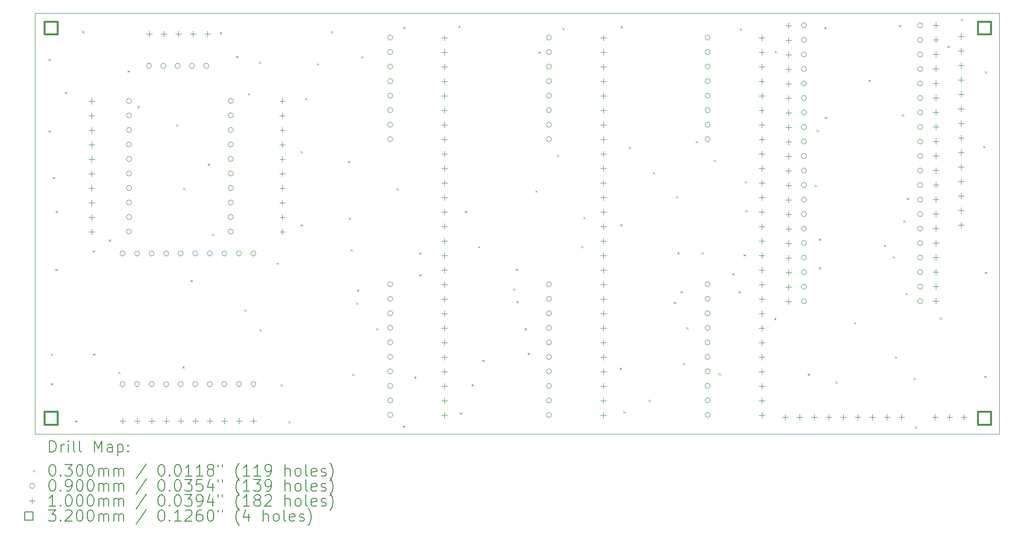
<source format=gbr>
%TF.GenerationSoftware,KiCad,Pcbnew,8.0.0*%
%TF.CreationDate,2025-01-04T20:19:27+01:00*%
%TF.ProjectId,motherbard,6d6f7468-6572-4626-9172-642e6b696361,rev?*%
%TF.SameCoordinates,Original*%
%TF.FileFunction,Drillmap*%
%TF.FilePolarity,Positive*%
%FSLAX45Y45*%
G04 Gerber Fmt 4.5, Leading zero omitted, Abs format (unit mm)*
G04 Created by KiCad (PCBNEW 8.0.0) date 2025-01-04 20:19:27*
%MOMM*%
%LPD*%
G01*
G04 APERTURE LIST*
%ADD10C,0.050000*%
%ADD11C,0.200000*%
%ADD12C,0.100000*%
%ADD13C,0.320000*%
G04 APERTURE END LIST*
D10*
X4668000Y-5957000D02*
X21520000Y-5957000D01*
X21520000Y-13324000D01*
X4668000Y-13324000D01*
X4668000Y-5957000D01*
D11*
D12*
X4909000Y-6758000D02*
X4939000Y-6788000D01*
X4939000Y-6758000D02*
X4909000Y-6788000D01*
X4909000Y-8013000D02*
X4939000Y-8043000D01*
X4939000Y-8013000D02*
X4909000Y-8043000D01*
X4945000Y-11915000D02*
X4975000Y-11945000D01*
X4975000Y-11915000D02*
X4945000Y-11945000D01*
X4948000Y-12434000D02*
X4978000Y-12464000D01*
X4978000Y-12434000D02*
X4948000Y-12464000D01*
X4985000Y-8825000D02*
X5015000Y-8855000D01*
X5015000Y-8825000D02*
X4985000Y-8855000D01*
X5025000Y-10435000D02*
X5055000Y-10465000D01*
X5055000Y-10435000D02*
X5025000Y-10465000D01*
X5034000Y-9419000D02*
X5064000Y-9449000D01*
X5064000Y-9419000D02*
X5034000Y-9449000D01*
X5195000Y-7335000D02*
X5225000Y-7365000D01*
X5225000Y-7335000D02*
X5195000Y-7365000D01*
X5375000Y-13085000D02*
X5405000Y-13115000D01*
X5405000Y-13085000D02*
X5375000Y-13115000D01*
X5495000Y-6275000D02*
X5525000Y-6305000D01*
X5525000Y-6275000D02*
X5495000Y-6305000D01*
X5679000Y-10114000D02*
X5709000Y-10144000D01*
X5709000Y-10114000D02*
X5679000Y-10144000D01*
X5685000Y-11914000D02*
X5715000Y-11944000D01*
X5715000Y-11914000D02*
X5685000Y-11944000D01*
X5961000Y-9923000D02*
X5991000Y-9953000D01*
X5991000Y-9923000D02*
X5961000Y-9953000D01*
X6128000Y-12233000D02*
X6158000Y-12263000D01*
X6158000Y-12233000D02*
X6128000Y-12263000D01*
X6288000Y-6962000D02*
X6318000Y-6992000D01*
X6318000Y-6962000D02*
X6288000Y-6992000D01*
X6461000Y-7585000D02*
X6491000Y-7615000D01*
X6491000Y-7585000D02*
X6461000Y-7615000D01*
X7136000Y-7908000D02*
X7166000Y-7938000D01*
X7166000Y-7908000D02*
X7136000Y-7938000D01*
X7248000Y-12139000D02*
X7278000Y-12169000D01*
X7278000Y-12139000D02*
X7248000Y-12169000D01*
X7259000Y-9014000D02*
X7289000Y-9044000D01*
X7289000Y-9014000D02*
X7259000Y-9044000D01*
X7386000Y-10628000D02*
X7416000Y-10658000D01*
X7416000Y-10628000D02*
X7386000Y-10658000D01*
X7688000Y-8591000D02*
X7718000Y-8621000D01*
X7718000Y-8591000D02*
X7688000Y-8621000D01*
X7767000Y-9819000D02*
X7797000Y-9849000D01*
X7797000Y-9819000D02*
X7767000Y-9849000D01*
X7900000Y-6288000D02*
X7930000Y-6318000D01*
X7930000Y-6288000D02*
X7900000Y-6318000D01*
X8185000Y-6708000D02*
X8215000Y-6738000D01*
X8215000Y-6708000D02*
X8185000Y-6738000D01*
X8327000Y-11140000D02*
X8357000Y-11170000D01*
X8357000Y-11140000D02*
X8327000Y-11170000D01*
X8393000Y-7362000D02*
X8423000Y-7392000D01*
X8423000Y-7362000D02*
X8393000Y-7392000D01*
X8581000Y-6804000D02*
X8611000Y-6834000D01*
X8611000Y-6804000D02*
X8581000Y-6834000D01*
X8593000Y-11494000D02*
X8623000Y-11524000D01*
X8623000Y-11494000D02*
X8593000Y-11524000D01*
X8890000Y-10325000D02*
X8920000Y-10355000D01*
X8920000Y-10325000D02*
X8890000Y-10355000D01*
X8962000Y-12454000D02*
X8992000Y-12484000D01*
X8992000Y-12454000D02*
X8962000Y-12484000D01*
X9100000Y-13098000D02*
X9130000Y-13128000D01*
X9130000Y-13098000D02*
X9100000Y-13128000D01*
X9309000Y-8373000D02*
X9339000Y-8403000D01*
X9339000Y-8373000D02*
X9309000Y-8403000D01*
X9309000Y-9654000D02*
X9339000Y-9684000D01*
X9339000Y-9654000D02*
X9309000Y-9684000D01*
X9392000Y-7447000D02*
X9422000Y-7477000D01*
X9422000Y-7447000D02*
X9392000Y-7477000D01*
X9593000Y-6837000D02*
X9623000Y-6867000D01*
X9623000Y-6837000D02*
X9593000Y-6867000D01*
X9843000Y-6272000D02*
X9873000Y-6302000D01*
X9873000Y-6272000D02*
X9843000Y-6302000D01*
X10138000Y-8545000D02*
X10168000Y-8575000D01*
X10168000Y-8545000D02*
X10138000Y-8575000D01*
X10152000Y-9537000D02*
X10182000Y-9567000D01*
X10182000Y-9537000D02*
X10152000Y-9567000D01*
X10184000Y-10089000D02*
X10214000Y-10119000D01*
X10214000Y-10089000D02*
X10184000Y-10119000D01*
X10211000Y-12270000D02*
X10241000Y-12300000D01*
X10241000Y-12270000D02*
X10211000Y-12300000D01*
X10283000Y-11022000D02*
X10313000Y-11052000D01*
X10313000Y-11022000D02*
X10283000Y-11052000D01*
X10296000Y-10792000D02*
X10326000Y-10822000D01*
X10326000Y-10792000D02*
X10296000Y-10822000D01*
X10368000Y-6712000D02*
X10398000Y-6742000D01*
X10398000Y-6712000D02*
X10368000Y-6742000D01*
X10631000Y-11469000D02*
X10661000Y-11499000D01*
X10661000Y-11469000D02*
X10631000Y-11499000D01*
X10988000Y-9024000D02*
X11018000Y-9054000D01*
X11018000Y-9024000D02*
X10988000Y-9054000D01*
X11098000Y-13177000D02*
X11128000Y-13207000D01*
X11128000Y-13177000D02*
X11098000Y-13207000D01*
X11107000Y-6199000D02*
X11137000Y-6229000D01*
X11137000Y-6199000D02*
X11107000Y-6229000D01*
X11297000Y-12316000D02*
X11327000Y-12346000D01*
X11327000Y-12316000D02*
X11297000Y-12346000D01*
X11383000Y-10148000D02*
X11413000Y-10178000D01*
X11413000Y-10148000D02*
X11383000Y-10178000D01*
X11383000Y-10529000D02*
X11413000Y-10559000D01*
X11413000Y-10529000D02*
X11383000Y-10559000D01*
X12066000Y-6179000D02*
X12096000Y-6209000D01*
X12096000Y-6179000D02*
X12066000Y-6209000D01*
X12096000Y-12947000D02*
X12126000Y-12977000D01*
X12126000Y-12947000D02*
X12096000Y-12977000D01*
X12182000Y-9419000D02*
X12212000Y-9449000D01*
X12212000Y-9419000D02*
X12182000Y-9449000D01*
X12296000Y-12454000D02*
X12326000Y-12484000D01*
X12326000Y-12454000D02*
X12296000Y-12484000D01*
X12412000Y-10036000D02*
X12442000Y-10066000D01*
X12442000Y-10036000D02*
X12412000Y-10066000D01*
X12485000Y-12025000D02*
X12515000Y-12055000D01*
X12515000Y-12025000D02*
X12485000Y-12055000D01*
X13029000Y-10777000D02*
X13059000Y-10807000D01*
X13059000Y-10777000D02*
X13029000Y-10807000D01*
X13068000Y-10436000D02*
X13098000Y-10466000D01*
X13098000Y-10436000D02*
X13068000Y-10466000D01*
X13082000Y-10995000D02*
X13112000Y-11025000D01*
X13112000Y-10995000D02*
X13082000Y-11025000D01*
X13226000Y-11469000D02*
X13256000Y-11499000D01*
X13256000Y-11469000D02*
X13226000Y-11499000D01*
X13275000Y-11902000D02*
X13305000Y-11932000D01*
X13305000Y-11902000D02*
X13275000Y-11932000D01*
X13413000Y-9064000D02*
X13443000Y-9094000D01*
X13443000Y-9064000D02*
X13413000Y-9094000D01*
X13465000Y-6633000D02*
X13495000Y-6663000D01*
X13495000Y-6633000D02*
X13465000Y-6663000D01*
X13791000Y-8440000D02*
X13821000Y-8470000D01*
X13821000Y-8440000D02*
X13791000Y-8470000D01*
X13886000Y-6219000D02*
X13916000Y-6249000D01*
X13916000Y-6219000D02*
X13886000Y-6249000D01*
X14212000Y-10030000D02*
X14242000Y-10060000D01*
X14242000Y-10030000D02*
X14212000Y-10060000D01*
X14251000Y-9530000D02*
X14281000Y-9560000D01*
X14281000Y-9530000D02*
X14251000Y-9560000D01*
X14885000Y-12165000D02*
X14915000Y-12195000D01*
X14915000Y-12165000D02*
X14885000Y-12195000D01*
X14895000Y-9649000D02*
X14925000Y-9679000D01*
X14925000Y-9649000D02*
X14895000Y-9679000D01*
X14902000Y-6186000D02*
X14932000Y-6216000D01*
X14932000Y-6186000D02*
X14902000Y-6216000D01*
X14948000Y-12927000D02*
X14978000Y-12957000D01*
X14978000Y-12927000D02*
X14948000Y-12957000D01*
X15046000Y-8302000D02*
X15076000Y-8332000D01*
X15076000Y-8302000D02*
X15046000Y-8332000D01*
X15391000Y-12723000D02*
X15421000Y-12753000D01*
X15421000Y-12723000D02*
X15391000Y-12753000D01*
X15469000Y-8742000D02*
X15499000Y-8772000D01*
X15499000Y-8742000D02*
X15469000Y-8772000D01*
X15828000Y-11009000D02*
X15858000Y-11039000D01*
X15858000Y-11009000D02*
X15828000Y-11039000D01*
X15870000Y-9162000D02*
X15900000Y-9192000D01*
X15900000Y-9162000D02*
X15870000Y-9192000D01*
X15894000Y-10141000D02*
X15924000Y-10171000D01*
X15924000Y-10141000D02*
X15894000Y-10171000D01*
X15946000Y-10825000D02*
X15976000Y-10855000D01*
X15976000Y-10825000D02*
X15946000Y-10855000D01*
X15988000Y-12079000D02*
X16018000Y-12109000D01*
X16018000Y-12079000D02*
X15988000Y-12109000D01*
X16051000Y-11455000D02*
X16081000Y-11485000D01*
X16081000Y-11455000D02*
X16051000Y-11485000D01*
X16216000Y-8197000D02*
X16246000Y-8227000D01*
X16246000Y-8197000D02*
X16216000Y-8227000D01*
X16321000Y-10141000D02*
X16351000Y-10171000D01*
X16351000Y-10141000D02*
X16321000Y-10171000D01*
X16533000Y-8525000D02*
X16563000Y-8555000D01*
X16563000Y-8525000D02*
X16533000Y-8555000D01*
X16616000Y-12257000D02*
X16646000Y-12287000D01*
X16646000Y-12257000D02*
X16616000Y-12287000D01*
X16853000Y-10509000D02*
X16883000Y-10539000D01*
X16883000Y-10509000D02*
X16853000Y-10539000D01*
X16965000Y-10825000D02*
X16995000Y-10855000D01*
X16995000Y-10825000D02*
X16965000Y-10855000D01*
X16984000Y-6226000D02*
X17014000Y-6256000D01*
X17014000Y-6226000D02*
X16984000Y-6256000D01*
X17050000Y-10181000D02*
X17080000Y-10211000D01*
X17080000Y-10181000D02*
X17050000Y-10211000D01*
X17072000Y-8899000D02*
X17102000Y-8929000D01*
X17102000Y-8899000D02*
X17072000Y-8929000D01*
X17083000Y-9406000D02*
X17113000Y-9436000D01*
X17113000Y-9406000D02*
X17083000Y-9436000D01*
X17585000Y-11295000D02*
X17615000Y-11325000D01*
X17615000Y-11295000D02*
X17585000Y-11325000D01*
X17595000Y-6625000D02*
X17625000Y-6655000D01*
X17625000Y-6625000D02*
X17595000Y-6655000D01*
X18171000Y-12265000D02*
X18201000Y-12295000D01*
X18201000Y-12265000D02*
X18171000Y-12295000D01*
X18294000Y-8965000D02*
X18324000Y-8995000D01*
X18324000Y-8965000D02*
X18294000Y-8995000D01*
X18325000Y-8000000D02*
X18355000Y-8030000D01*
X18355000Y-8000000D02*
X18325000Y-8030000D01*
X18366000Y-9904000D02*
X18396000Y-9934000D01*
X18396000Y-9904000D02*
X18366000Y-9934000D01*
X18366000Y-10404000D02*
X18396000Y-10434000D01*
X18396000Y-10404000D02*
X18366000Y-10434000D01*
X18458000Y-6206000D02*
X18488000Y-6236000D01*
X18488000Y-6206000D02*
X18458000Y-6236000D01*
X18469000Y-7776000D02*
X18499000Y-7806000D01*
X18499000Y-7776000D02*
X18469000Y-7806000D01*
X18655000Y-12401000D02*
X18685000Y-12431000D01*
X18685000Y-12401000D02*
X18655000Y-12431000D01*
X18985000Y-11365000D02*
X19015000Y-11395000D01*
X19015000Y-11365000D02*
X18985000Y-11395000D01*
X19234000Y-7125000D02*
X19264000Y-7155000D01*
X19264000Y-7125000D02*
X19234000Y-7155000D01*
X19501000Y-10010000D02*
X19531000Y-10040000D01*
X19531000Y-10010000D02*
X19501000Y-10040000D01*
X19652000Y-10214000D02*
X19682000Y-10244000D01*
X19682000Y-10214000D02*
X19652000Y-10244000D01*
X19694000Y-11967000D02*
X19724000Y-11997000D01*
X19724000Y-11967000D02*
X19694000Y-11997000D01*
X19766000Y-6166000D02*
X19796000Y-6196000D01*
X19796000Y-6166000D02*
X19766000Y-6196000D01*
X19818000Y-7730000D02*
X19848000Y-7760000D01*
X19848000Y-7730000D02*
X19818000Y-7760000D01*
X19842000Y-9583000D02*
X19872000Y-9613000D01*
X19872000Y-9583000D02*
X19842000Y-9613000D01*
X19882000Y-10858000D02*
X19912000Y-10888000D01*
X19912000Y-10858000D02*
X19882000Y-10888000D01*
X19901000Y-9189000D02*
X19931000Y-9219000D01*
X19931000Y-9189000D02*
X19901000Y-9219000D01*
X20020000Y-12342000D02*
X20050000Y-12372000D01*
X20050000Y-12342000D02*
X20020000Y-12372000D01*
X20046000Y-13190000D02*
X20076000Y-13220000D01*
X20076000Y-13190000D02*
X20046000Y-13220000D01*
X20479000Y-11285000D02*
X20509000Y-11315000D01*
X20509000Y-11285000D02*
X20479000Y-11315000D01*
X20614000Y-6532000D02*
X20644000Y-6562000D01*
X20644000Y-6532000D02*
X20614000Y-6562000D01*
X20847000Y-6055000D02*
X20877000Y-6085000D01*
X20877000Y-6055000D02*
X20847000Y-6085000D01*
X21235000Y-8285000D02*
X21265000Y-8315000D01*
X21265000Y-8285000D02*
X21235000Y-8315000D01*
X21255000Y-12305000D02*
X21285000Y-12335000D01*
X21285000Y-12305000D02*
X21255000Y-12335000D01*
X21265000Y-6975000D02*
X21295000Y-7005000D01*
X21295000Y-6975000D02*
X21265000Y-7005000D01*
X21265000Y-10485000D02*
X21295000Y-10515000D01*
X21295000Y-10485000D02*
X21265000Y-10515000D01*
X6245000Y-10164000D02*
G75*
G02*
X6155000Y-10164000I-45000J0D01*
G01*
X6155000Y-10164000D02*
G75*
G02*
X6245000Y-10164000I45000J0D01*
G01*
X6245000Y-12450000D02*
G75*
G02*
X6155000Y-12450000I-45000J0D01*
G01*
X6155000Y-12450000D02*
G75*
G02*
X6245000Y-12450000I45000J0D01*
G01*
X6357000Y-7494000D02*
G75*
G02*
X6267000Y-7494000I-45000J0D01*
G01*
X6267000Y-7494000D02*
G75*
G02*
X6357000Y-7494000I45000J0D01*
G01*
X6357000Y-7748000D02*
G75*
G02*
X6267000Y-7748000I-45000J0D01*
G01*
X6267000Y-7748000D02*
G75*
G02*
X6357000Y-7748000I45000J0D01*
G01*
X6357000Y-8002000D02*
G75*
G02*
X6267000Y-8002000I-45000J0D01*
G01*
X6267000Y-8002000D02*
G75*
G02*
X6357000Y-8002000I45000J0D01*
G01*
X6357000Y-8256000D02*
G75*
G02*
X6267000Y-8256000I-45000J0D01*
G01*
X6267000Y-8256000D02*
G75*
G02*
X6357000Y-8256000I45000J0D01*
G01*
X6357000Y-8510000D02*
G75*
G02*
X6267000Y-8510000I-45000J0D01*
G01*
X6267000Y-8510000D02*
G75*
G02*
X6357000Y-8510000I45000J0D01*
G01*
X6357000Y-8764000D02*
G75*
G02*
X6267000Y-8764000I-45000J0D01*
G01*
X6267000Y-8764000D02*
G75*
G02*
X6357000Y-8764000I45000J0D01*
G01*
X6357000Y-9018000D02*
G75*
G02*
X6267000Y-9018000I-45000J0D01*
G01*
X6267000Y-9018000D02*
G75*
G02*
X6357000Y-9018000I45000J0D01*
G01*
X6357000Y-9272000D02*
G75*
G02*
X6267000Y-9272000I-45000J0D01*
G01*
X6267000Y-9272000D02*
G75*
G02*
X6357000Y-9272000I45000J0D01*
G01*
X6357000Y-9526000D02*
G75*
G02*
X6267000Y-9526000I-45000J0D01*
G01*
X6267000Y-9526000D02*
G75*
G02*
X6357000Y-9526000I45000J0D01*
G01*
X6357000Y-9780000D02*
G75*
G02*
X6267000Y-9780000I-45000J0D01*
G01*
X6267000Y-9780000D02*
G75*
G02*
X6357000Y-9780000I45000J0D01*
G01*
X6499000Y-10164000D02*
G75*
G02*
X6409000Y-10164000I-45000J0D01*
G01*
X6409000Y-10164000D02*
G75*
G02*
X6499000Y-10164000I45000J0D01*
G01*
X6499000Y-12450000D02*
G75*
G02*
X6409000Y-12450000I-45000J0D01*
G01*
X6409000Y-12450000D02*
G75*
G02*
X6499000Y-12450000I45000J0D01*
G01*
X6707000Y-6881000D02*
G75*
G02*
X6617000Y-6881000I-45000J0D01*
G01*
X6617000Y-6881000D02*
G75*
G02*
X6707000Y-6881000I45000J0D01*
G01*
X6753000Y-10164000D02*
G75*
G02*
X6663000Y-10164000I-45000J0D01*
G01*
X6663000Y-10164000D02*
G75*
G02*
X6753000Y-10164000I45000J0D01*
G01*
X6753000Y-12450000D02*
G75*
G02*
X6663000Y-12450000I-45000J0D01*
G01*
X6663000Y-12450000D02*
G75*
G02*
X6753000Y-12450000I45000J0D01*
G01*
X6957000Y-6881000D02*
G75*
G02*
X6867000Y-6881000I-45000J0D01*
G01*
X6867000Y-6881000D02*
G75*
G02*
X6957000Y-6881000I45000J0D01*
G01*
X7007000Y-10164000D02*
G75*
G02*
X6917000Y-10164000I-45000J0D01*
G01*
X6917000Y-10164000D02*
G75*
G02*
X7007000Y-10164000I45000J0D01*
G01*
X7007000Y-12450000D02*
G75*
G02*
X6917000Y-12450000I-45000J0D01*
G01*
X6917000Y-12450000D02*
G75*
G02*
X7007000Y-12450000I45000J0D01*
G01*
X7207000Y-6881000D02*
G75*
G02*
X7117000Y-6881000I-45000J0D01*
G01*
X7117000Y-6881000D02*
G75*
G02*
X7207000Y-6881000I45000J0D01*
G01*
X7261000Y-10164000D02*
G75*
G02*
X7171000Y-10164000I-45000J0D01*
G01*
X7171000Y-10164000D02*
G75*
G02*
X7261000Y-10164000I45000J0D01*
G01*
X7261000Y-12450000D02*
G75*
G02*
X7171000Y-12450000I-45000J0D01*
G01*
X7171000Y-12450000D02*
G75*
G02*
X7261000Y-12450000I45000J0D01*
G01*
X7457000Y-6881000D02*
G75*
G02*
X7367000Y-6881000I-45000J0D01*
G01*
X7367000Y-6881000D02*
G75*
G02*
X7457000Y-6881000I45000J0D01*
G01*
X7515000Y-10164000D02*
G75*
G02*
X7425000Y-10164000I-45000J0D01*
G01*
X7425000Y-10164000D02*
G75*
G02*
X7515000Y-10164000I45000J0D01*
G01*
X7515000Y-12450000D02*
G75*
G02*
X7425000Y-12450000I-45000J0D01*
G01*
X7425000Y-12450000D02*
G75*
G02*
X7515000Y-12450000I45000J0D01*
G01*
X7707000Y-6881000D02*
G75*
G02*
X7617000Y-6881000I-45000J0D01*
G01*
X7617000Y-6881000D02*
G75*
G02*
X7707000Y-6881000I45000J0D01*
G01*
X7769000Y-10164000D02*
G75*
G02*
X7679000Y-10164000I-45000J0D01*
G01*
X7679000Y-10164000D02*
G75*
G02*
X7769000Y-10164000I45000J0D01*
G01*
X7769000Y-12450000D02*
G75*
G02*
X7679000Y-12450000I-45000J0D01*
G01*
X7679000Y-12450000D02*
G75*
G02*
X7769000Y-12450000I45000J0D01*
G01*
X8023000Y-10164000D02*
G75*
G02*
X7933000Y-10164000I-45000J0D01*
G01*
X7933000Y-10164000D02*
G75*
G02*
X8023000Y-10164000I45000J0D01*
G01*
X8023000Y-12450000D02*
G75*
G02*
X7933000Y-12450000I-45000J0D01*
G01*
X7933000Y-12450000D02*
G75*
G02*
X8023000Y-12450000I45000J0D01*
G01*
X8135000Y-7494000D02*
G75*
G02*
X8045000Y-7494000I-45000J0D01*
G01*
X8045000Y-7494000D02*
G75*
G02*
X8135000Y-7494000I45000J0D01*
G01*
X8135000Y-7748000D02*
G75*
G02*
X8045000Y-7748000I-45000J0D01*
G01*
X8045000Y-7748000D02*
G75*
G02*
X8135000Y-7748000I45000J0D01*
G01*
X8135000Y-8002000D02*
G75*
G02*
X8045000Y-8002000I-45000J0D01*
G01*
X8045000Y-8002000D02*
G75*
G02*
X8135000Y-8002000I45000J0D01*
G01*
X8135000Y-8256000D02*
G75*
G02*
X8045000Y-8256000I-45000J0D01*
G01*
X8045000Y-8256000D02*
G75*
G02*
X8135000Y-8256000I45000J0D01*
G01*
X8135000Y-8510000D02*
G75*
G02*
X8045000Y-8510000I-45000J0D01*
G01*
X8045000Y-8510000D02*
G75*
G02*
X8135000Y-8510000I45000J0D01*
G01*
X8135000Y-8764000D02*
G75*
G02*
X8045000Y-8764000I-45000J0D01*
G01*
X8045000Y-8764000D02*
G75*
G02*
X8135000Y-8764000I45000J0D01*
G01*
X8135000Y-9018000D02*
G75*
G02*
X8045000Y-9018000I-45000J0D01*
G01*
X8045000Y-9018000D02*
G75*
G02*
X8135000Y-9018000I45000J0D01*
G01*
X8135000Y-9272000D02*
G75*
G02*
X8045000Y-9272000I-45000J0D01*
G01*
X8045000Y-9272000D02*
G75*
G02*
X8135000Y-9272000I45000J0D01*
G01*
X8135000Y-9526000D02*
G75*
G02*
X8045000Y-9526000I-45000J0D01*
G01*
X8045000Y-9526000D02*
G75*
G02*
X8135000Y-9526000I45000J0D01*
G01*
X8135000Y-9780000D02*
G75*
G02*
X8045000Y-9780000I-45000J0D01*
G01*
X8045000Y-9780000D02*
G75*
G02*
X8135000Y-9780000I45000J0D01*
G01*
X8277000Y-10164000D02*
G75*
G02*
X8187000Y-10164000I-45000J0D01*
G01*
X8187000Y-10164000D02*
G75*
G02*
X8277000Y-10164000I45000J0D01*
G01*
X8277000Y-12450000D02*
G75*
G02*
X8187000Y-12450000I-45000J0D01*
G01*
X8187000Y-12450000D02*
G75*
G02*
X8277000Y-12450000I45000J0D01*
G01*
X8531000Y-10164000D02*
G75*
G02*
X8441000Y-10164000I-45000J0D01*
G01*
X8441000Y-10164000D02*
G75*
G02*
X8531000Y-10164000I45000J0D01*
G01*
X8531000Y-12450000D02*
G75*
G02*
X8441000Y-12450000I-45000J0D01*
G01*
X8441000Y-12450000D02*
G75*
G02*
X8531000Y-12450000I45000J0D01*
G01*
X10921000Y-6386000D02*
G75*
G02*
X10831000Y-6386000I-45000J0D01*
G01*
X10831000Y-6386000D02*
G75*
G02*
X10921000Y-6386000I45000J0D01*
G01*
X10921000Y-6640000D02*
G75*
G02*
X10831000Y-6640000I-45000J0D01*
G01*
X10831000Y-6640000D02*
G75*
G02*
X10921000Y-6640000I45000J0D01*
G01*
X10921000Y-6894000D02*
G75*
G02*
X10831000Y-6894000I-45000J0D01*
G01*
X10831000Y-6894000D02*
G75*
G02*
X10921000Y-6894000I45000J0D01*
G01*
X10921000Y-7148000D02*
G75*
G02*
X10831000Y-7148000I-45000J0D01*
G01*
X10831000Y-7148000D02*
G75*
G02*
X10921000Y-7148000I45000J0D01*
G01*
X10921000Y-7402000D02*
G75*
G02*
X10831000Y-7402000I-45000J0D01*
G01*
X10831000Y-7402000D02*
G75*
G02*
X10921000Y-7402000I45000J0D01*
G01*
X10921000Y-7656000D02*
G75*
G02*
X10831000Y-7656000I-45000J0D01*
G01*
X10831000Y-7656000D02*
G75*
G02*
X10921000Y-7656000I45000J0D01*
G01*
X10921000Y-7910000D02*
G75*
G02*
X10831000Y-7910000I-45000J0D01*
G01*
X10831000Y-7910000D02*
G75*
G02*
X10921000Y-7910000I45000J0D01*
G01*
X10921000Y-8164000D02*
G75*
G02*
X10831000Y-8164000I-45000J0D01*
G01*
X10831000Y-8164000D02*
G75*
G02*
X10921000Y-8164000I45000J0D01*
G01*
X10921000Y-10704000D02*
G75*
G02*
X10831000Y-10704000I-45000J0D01*
G01*
X10831000Y-10704000D02*
G75*
G02*
X10921000Y-10704000I45000J0D01*
G01*
X10921000Y-10958000D02*
G75*
G02*
X10831000Y-10958000I-45000J0D01*
G01*
X10831000Y-10958000D02*
G75*
G02*
X10921000Y-10958000I45000J0D01*
G01*
X10921000Y-11212000D02*
G75*
G02*
X10831000Y-11212000I-45000J0D01*
G01*
X10831000Y-11212000D02*
G75*
G02*
X10921000Y-11212000I45000J0D01*
G01*
X10921000Y-11466000D02*
G75*
G02*
X10831000Y-11466000I-45000J0D01*
G01*
X10831000Y-11466000D02*
G75*
G02*
X10921000Y-11466000I45000J0D01*
G01*
X10921000Y-11720000D02*
G75*
G02*
X10831000Y-11720000I-45000J0D01*
G01*
X10831000Y-11720000D02*
G75*
G02*
X10921000Y-11720000I45000J0D01*
G01*
X10921000Y-11974000D02*
G75*
G02*
X10831000Y-11974000I-45000J0D01*
G01*
X10831000Y-11974000D02*
G75*
G02*
X10921000Y-11974000I45000J0D01*
G01*
X10921000Y-12228000D02*
G75*
G02*
X10831000Y-12228000I-45000J0D01*
G01*
X10831000Y-12228000D02*
G75*
G02*
X10921000Y-12228000I45000J0D01*
G01*
X10921000Y-12482000D02*
G75*
G02*
X10831000Y-12482000I-45000J0D01*
G01*
X10831000Y-12482000D02*
G75*
G02*
X10921000Y-12482000I45000J0D01*
G01*
X10921000Y-12736000D02*
G75*
G02*
X10831000Y-12736000I-45000J0D01*
G01*
X10831000Y-12736000D02*
G75*
G02*
X10921000Y-12736000I45000J0D01*
G01*
X10921000Y-12990000D02*
G75*
G02*
X10831000Y-12990000I-45000J0D01*
G01*
X10831000Y-12990000D02*
G75*
G02*
X10921000Y-12990000I45000J0D01*
G01*
X13693600Y-6386000D02*
G75*
G02*
X13603600Y-6386000I-45000J0D01*
G01*
X13603600Y-6386000D02*
G75*
G02*
X13693600Y-6386000I45000J0D01*
G01*
X13693600Y-6640000D02*
G75*
G02*
X13603600Y-6640000I-45000J0D01*
G01*
X13603600Y-6640000D02*
G75*
G02*
X13693600Y-6640000I45000J0D01*
G01*
X13693600Y-6894000D02*
G75*
G02*
X13603600Y-6894000I-45000J0D01*
G01*
X13603600Y-6894000D02*
G75*
G02*
X13693600Y-6894000I45000J0D01*
G01*
X13693600Y-7148000D02*
G75*
G02*
X13603600Y-7148000I-45000J0D01*
G01*
X13603600Y-7148000D02*
G75*
G02*
X13693600Y-7148000I45000J0D01*
G01*
X13693600Y-7402000D02*
G75*
G02*
X13603600Y-7402000I-45000J0D01*
G01*
X13603600Y-7402000D02*
G75*
G02*
X13693600Y-7402000I45000J0D01*
G01*
X13693600Y-7656000D02*
G75*
G02*
X13603600Y-7656000I-45000J0D01*
G01*
X13603600Y-7656000D02*
G75*
G02*
X13693600Y-7656000I45000J0D01*
G01*
X13693600Y-7910000D02*
G75*
G02*
X13603600Y-7910000I-45000J0D01*
G01*
X13603600Y-7910000D02*
G75*
G02*
X13693600Y-7910000I45000J0D01*
G01*
X13693600Y-8164000D02*
G75*
G02*
X13603600Y-8164000I-45000J0D01*
G01*
X13603600Y-8164000D02*
G75*
G02*
X13693600Y-8164000I45000J0D01*
G01*
X13693600Y-10704000D02*
G75*
G02*
X13603600Y-10704000I-45000J0D01*
G01*
X13603600Y-10704000D02*
G75*
G02*
X13693600Y-10704000I45000J0D01*
G01*
X13693600Y-10958000D02*
G75*
G02*
X13603600Y-10958000I-45000J0D01*
G01*
X13603600Y-10958000D02*
G75*
G02*
X13693600Y-10958000I45000J0D01*
G01*
X13693600Y-11212000D02*
G75*
G02*
X13603600Y-11212000I-45000J0D01*
G01*
X13603600Y-11212000D02*
G75*
G02*
X13693600Y-11212000I45000J0D01*
G01*
X13693600Y-11466000D02*
G75*
G02*
X13603600Y-11466000I-45000J0D01*
G01*
X13603600Y-11466000D02*
G75*
G02*
X13693600Y-11466000I45000J0D01*
G01*
X13693600Y-11720000D02*
G75*
G02*
X13603600Y-11720000I-45000J0D01*
G01*
X13603600Y-11720000D02*
G75*
G02*
X13693600Y-11720000I45000J0D01*
G01*
X13693600Y-11974000D02*
G75*
G02*
X13603600Y-11974000I-45000J0D01*
G01*
X13603600Y-11974000D02*
G75*
G02*
X13693600Y-11974000I45000J0D01*
G01*
X13693600Y-12228000D02*
G75*
G02*
X13603600Y-12228000I-45000J0D01*
G01*
X13603600Y-12228000D02*
G75*
G02*
X13693600Y-12228000I45000J0D01*
G01*
X13693600Y-12482000D02*
G75*
G02*
X13603600Y-12482000I-45000J0D01*
G01*
X13603600Y-12482000D02*
G75*
G02*
X13693600Y-12482000I45000J0D01*
G01*
X13693600Y-12736000D02*
G75*
G02*
X13603600Y-12736000I-45000J0D01*
G01*
X13603600Y-12736000D02*
G75*
G02*
X13693600Y-12736000I45000J0D01*
G01*
X13693600Y-12990000D02*
G75*
G02*
X13603600Y-12990000I-45000J0D01*
G01*
X13603600Y-12990000D02*
G75*
G02*
X13693600Y-12990000I45000J0D01*
G01*
X16466200Y-6386000D02*
G75*
G02*
X16376200Y-6386000I-45000J0D01*
G01*
X16376200Y-6386000D02*
G75*
G02*
X16466200Y-6386000I45000J0D01*
G01*
X16466200Y-6640000D02*
G75*
G02*
X16376200Y-6640000I-45000J0D01*
G01*
X16376200Y-6640000D02*
G75*
G02*
X16466200Y-6640000I45000J0D01*
G01*
X16466200Y-6894000D02*
G75*
G02*
X16376200Y-6894000I-45000J0D01*
G01*
X16376200Y-6894000D02*
G75*
G02*
X16466200Y-6894000I45000J0D01*
G01*
X16466200Y-7148000D02*
G75*
G02*
X16376200Y-7148000I-45000J0D01*
G01*
X16376200Y-7148000D02*
G75*
G02*
X16466200Y-7148000I45000J0D01*
G01*
X16466200Y-7402000D02*
G75*
G02*
X16376200Y-7402000I-45000J0D01*
G01*
X16376200Y-7402000D02*
G75*
G02*
X16466200Y-7402000I45000J0D01*
G01*
X16466200Y-7656000D02*
G75*
G02*
X16376200Y-7656000I-45000J0D01*
G01*
X16376200Y-7656000D02*
G75*
G02*
X16466200Y-7656000I45000J0D01*
G01*
X16466200Y-7910000D02*
G75*
G02*
X16376200Y-7910000I-45000J0D01*
G01*
X16376200Y-7910000D02*
G75*
G02*
X16466200Y-7910000I45000J0D01*
G01*
X16466200Y-8164000D02*
G75*
G02*
X16376200Y-8164000I-45000J0D01*
G01*
X16376200Y-8164000D02*
G75*
G02*
X16466200Y-8164000I45000J0D01*
G01*
X16466200Y-10704000D02*
G75*
G02*
X16376200Y-10704000I-45000J0D01*
G01*
X16376200Y-10704000D02*
G75*
G02*
X16466200Y-10704000I45000J0D01*
G01*
X16466200Y-10958000D02*
G75*
G02*
X16376200Y-10958000I-45000J0D01*
G01*
X16376200Y-10958000D02*
G75*
G02*
X16466200Y-10958000I45000J0D01*
G01*
X16466200Y-11212000D02*
G75*
G02*
X16376200Y-11212000I-45000J0D01*
G01*
X16376200Y-11212000D02*
G75*
G02*
X16466200Y-11212000I45000J0D01*
G01*
X16466200Y-11466000D02*
G75*
G02*
X16376200Y-11466000I-45000J0D01*
G01*
X16376200Y-11466000D02*
G75*
G02*
X16466200Y-11466000I45000J0D01*
G01*
X16466200Y-11720000D02*
G75*
G02*
X16376200Y-11720000I-45000J0D01*
G01*
X16376200Y-11720000D02*
G75*
G02*
X16466200Y-11720000I45000J0D01*
G01*
X16466200Y-11974000D02*
G75*
G02*
X16376200Y-11974000I-45000J0D01*
G01*
X16376200Y-11974000D02*
G75*
G02*
X16466200Y-11974000I45000J0D01*
G01*
X16466200Y-12228000D02*
G75*
G02*
X16376200Y-12228000I-45000J0D01*
G01*
X16376200Y-12228000D02*
G75*
G02*
X16466200Y-12228000I45000J0D01*
G01*
X16466200Y-12482000D02*
G75*
G02*
X16376200Y-12482000I-45000J0D01*
G01*
X16376200Y-12482000D02*
G75*
G02*
X16466200Y-12482000I45000J0D01*
G01*
X16466200Y-12736000D02*
G75*
G02*
X16376200Y-12736000I-45000J0D01*
G01*
X16376200Y-12736000D02*
G75*
G02*
X16466200Y-12736000I45000J0D01*
G01*
X16466200Y-12990000D02*
G75*
G02*
X16376200Y-12990000I-45000J0D01*
G01*
X16376200Y-12990000D02*
G75*
G02*
X16466200Y-12990000I45000J0D01*
G01*
X18148000Y-6172000D02*
G75*
G02*
X18058000Y-6172000I-45000J0D01*
G01*
X18058000Y-6172000D02*
G75*
G02*
X18148000Y-6172000I45000J0D01*
G01*
X18148000Y-6426000D02*
G75*
G02*
X18058000Y-6426000I-45000J0D01*
G01*
X18058000Y-6426000D02*
G75*
G02*
X18148000Y-6426000I45000J0D01*
G01*
X18148000Y-6680000D02*
G75*
G02*
X18058000Y-6680000I-45000J0D01*
G01*
X18058000Y-6680000D02*
G75*
G02*
X18148000Y-6680000I45000J0D01*
G01*
X18148000Y-6934000D02*
G75*
G02*
X18058000Y-6934000I-45000J0D01*
G01*
X18058000Y-6934000D02*
G75*
G02*
X18148000Y-6934000I45000J0D01*
G01*
X18148000Y-7188000D02*
G75*
G02*
X18058000Y-7188000I-45000J0D01*
G01*
X18058000Y-7188000D02*
G75*
G02*
X18148000Y-7188000I45000J0D01*
G01*
X18148000Y-7442000D02*
G75*
G02*
X18058000Y-7442000I-45000J0D01*
G01*
X18058000Y-7442000D02*
G75*
G02*
X18148000Y-7442000I45000J0D01*
G01*
X18148000Y-7696000D02*
G75*
G02*
X18058000Y-7696000I-45000J0D01*
G01*
X18058000Y-7696000D02*
G75*
G02*
X18148000Y-7696000I45000J0D01*
G01*
X18148000Y-7950000D02*
G75*
G02*
X18058000Y-7950000I-45000J0D01*
G01*
X18058000Y-7950000D02*
G75*
G02*
X18148000Y-7950000I45000J0D01*
G01*
X18148000Y-8204000D02*
G75*
G02*
X18058000Y-8204000I-45000J0D01*
G01*
X18058000Y-8204000D02*
G75*
G02*
X18148000Y-8204000I45000J0D01*
G01*
X18148000Y-8458000D02*
G75*
G02*
X18058000Y-8458000I-45000J0D01*
G01*
X18058000Y-8458000D02*
G75*
G02*
X18148000Y-8458000I45000J0D01*
G01*
X18148000Y-8712000D02*
G75*
G02*
X18058000Y-8712000I-45000J0D01*
G01*
X18058000Y-8712000D02*
G75*
G02*
X18148000Y-8712000I45000J0D01*
G01*
X18148000Y-8966000D02*
G75*
G02*
X18058000Y-8966000I-45000J0D01*
G01*
X18058000Y-8966000D02*
G75*
G02*
X18148000Y-8966000I45000J0D01*
G01*
X18148000Y-9220000D02*
G75*
G02*
X18058000Y-9220000I-45000J0D01*
G01*
X18058000Y-9220000D02*
G75*
G02*
X18148000Y-9220000I45000J0D01*
G01*
X18148000Y-9474000D02*
G75*
G02*
X18058000Y-9474000I-45000J0D01*
G01*
X18058000Y-9474000D02*
G75*
G02*
X18148000Y-9474000I45000J0D01*
G01*
X18148000Y-9728000D02*
G75*
G02*
X18058000Y-9728000I-45000J0D01*
G01*
X18058000Y-9728000D02*
G75*
G02*
X18148000Y-9728000I45000J0D01*
G01*
X18148000Y-9982000D02*
G75*
G02*
X18058000Y-9982000I-45000J0D01*
G01*
X18058000Y-9982000D02*
G75*
G02*
X18148000Y-9982000I45000J0D01*
G01*
X18148000Y-10236000D02*
G75*
G02*
X18058000Y-10236000I-45000J0D01*
G01*
X18058000Y-10236000D02*
G75*
G02*
X18148000Y-10236000I45000J0D01*
G01*
X18148000Y-10490000D02*
G75*
G02*
X18058000Y-10490000I-45000J0D01*
G01*
X18058000Y-10490000D02*
G75*
G02*
X18148000Y-10490000I45000J0D01*
G01*
X18148000Y-10744000D02*
G75*
G02*
X18058000Y-10744000I-45000J0D01*
G01*
X18058000Y-10744000D02*
G75*
G02*
X18148000Y-10744000I45000J0D01*
G01*
X18148000Y-10998000D02*
G75*
G02*
X18058000Y-10998000I-45000J0D01*
G01*
X18058000Y-10998000D02*
G75*
G02*
X18148000Y-10998000I45000J0D01*
G01*
X20180000Y-6172000D02*
G75*
G02*
X20090000Y-6172000I-45000J0D01*
G01*
X20090000Y-6172000D02*
G75*
G02*
X20180000Y-6172000I45000J0D01*
G01*
X20180000Y-6426000D02*
G75*
G02*
X20090000Y-6426000I-45000J0D01*
G01*
X20090000Y-6426000D02*
G75*
G02*
X20180000Y-6426000I45000J0D01*
G01*
X20180000Y-6680000D02*
G75*
G02*
X20090000Y-6680000I-45000J0D01*
G01*
X20090000Y-6680000D02*
G75*
G02*
X20180000Y-6680000I45000J0D01*
G01*
X20180000Y-6934000D02*
G75*
G02*
X20090000Y-6934000I-45000J0D01*
G01*
X20090000Y-6934000D02*
G75*
G02*
X20180000Y-6934000I45000J0D01*
G01*
X20180000Y-7188000D02*
G75*
G02*
X20090000Y-7188000I-45000J0D01*
G01*
X20090000Y-7188000D02*
G75*
G02*
X20180000Y-7188000I45000J0D01*
G01*
X20180000Y-7442000D02*
G75*
G02*
X20090000Y-7442000I-45000J0D01*
G01*
X20090000Y-7442000D02*
G75*
G02*
X20180000Y-7442000I45000J0D01*
G01*
X20180000Y-7696000D02*
G75*
G02*
X20090000Y-7696000I-45000J0D01*
G01*
X20090000Y-7696000D02*
G75*
G02*
X20180000Y-7696000I45000J0D01*
G01*
X20180000Y-7950000D02*
G75*
G02*
X20090000Y-7950000I-45000J0D01*
G01*
X20090000Y-7950000D02*
G75*
G02*
X20180000Y-7950000I45000J0D01*
G01*
X20180000Y-8204000D02*
G75*
G02*
X20090000Y-8204000I-45000J0D01*
G01*
X20090000Y-8204000D02*
G75*
G02*
X20180000Y-8204000I45000J0D01*
G01*
X20180000Y-8458000D02*
G75*
G02*
X20090000Y-8458000I-45000J0D01*
G01*
X20090000Y-8458000D02*
G75*
G02*
X20180000Y-8458000I45000J0D01*
G01*
X20180000Y-8712000D02*
G75*
G02*
X20090000Y-8712000I-45000J0D01*
G01*
X20090000Y-8712000D02*
G75*
G02*
X20180000Y-8712000I45000J0D01*
G01*
X20180000Y-8966000D02*
G75*
G02*
X20090000Y-8966000I-45000J0D01*
G01*
X20090000Y-8966000D02*
G75*
G02*
X20180000Y-8966000I45000J0D01*
G01*
X20180000Y-9220000D02*
G75*
G02*
X20090000Y-9220000I-45000J0D01*
G01*
X20090000Y-9220000D02*
G75*
G02*
X20180000Y-9220000I45000J0D01*
G01*
X20180000Y-9474000D02*
G75*
G02*
X20090000Y-9474000I-45000J0D01*
G01*
X20090000Y-9474000D02*
G75*
G02*
X20180000Y-9474000I45000J0D01*
G01*
X20180000Y-9728000D02*
G75*
G02*
X20090000Y-9728000I-45000J0D01*
G01*
X20090000Y-9728000D02*
G75*
G02*
X20180000Y-9728000I45000J0D01*
G01*
X20180000Y-9982000D02*
G75*
G02*
X20090000Y-9982000I-45000J0D01*
G01*
X20090000Y-9982000D02*
G75*
G02*
X20180000Y-9982000I45000J0D01*
G01*
X20180000Y-10236000D02*
G75*
G02*
X20090000Y-10236000I-45000J0D01*
G01*
X20090000Y-10236000D02*
G75*
G02*
X20180000Y-10236000I45000J0D01*
G01*
X20180000Y-10490000D02*
G75*
G02*
X20090000Y-10490000I-45000J0D01*
G01*
X20090000Y-10490000D02*
G75*
G02*
X20180000Y-10490000I45000J0D01*
G01*
X20180000Y-10744000D02*
G75*
G02*
X20090000Y-10744000I-45000J0D01*
G01*
X20090000Y-10744000D02*
G75*
G02*
X20180000Y-10744000I45000J0D01*
G01*
X20180000Y-10998000D02*
G75*
G02*
X20090000Y-10998000I-45000J0D01*
G01*
X20090000Y-10998000D02*
G75*
G02*
X20180000Y-10998000I45000J0D01*
G01*
X5660000Y-7446000D02*
X5660000Y-7546000D01*
X5610000Y-7496000D02*
X5710000Y-7496000D01*
X5660000Y-7700000D02*
X5660000Y-7800000D01*
X5610000Y-7750000D02*
X5710000Y-7750000D01*
X5660000Y-7954000D02*
X5660000Y-8054000D01*
X5610000Y-8004000D02*
X5710000Y-8004000D01*
X5660000Y-8208000D02*
X5660000Y-8308000D01*
X5610000Y-8258000D02*
X5710000Y-8258000D01*
X5660000Y-8462000D02*
X5660000Y-8562000D01*
X5610000Y-8512000D02*
X5710000Y-8512000D01*
X5660000Y-8716000D02*
X5660000Y-8816000D01*
X5610000Y-8766000D02*
X5710000Y-8766000D01*
X5660000Y-8970000D02*
X5660000Y-9070000D01*
X5610000Y-9020000D02*
X5710000Y-9020000D01*
X5660000Y-9224000D02*
X5660000Y-9324000D01*
X5610000Y-9274000D02*
X5710000Y-9274000D01*
X5660000Y-9478000D02*
X5660000Y-9578000D01*
X5610000Y-9528000D02*
X5710000Y-9528000D01*
X5660000Y-9732000D02*
X5660000Y-9832000D01*
X5610000Y-9782000D02*
X5710000Y-9782000D01*
X6200000Y-13048000D02*
X6200000Y-13148000D01*
X6150000Y-13098000D02*
X6250000Y-13098000D01*
X6454000Y-13048000D02*
X6454000Y-13148000D01*
X6404000Y-13098000D02*
X6504000Y-13098000D01*
X6664000Y-6270000D02*
X6664000Y-6370000D01*
X6614000Y-6320000D02*
X6714000Y-6320000D01*
X6708000Y-13048000D02*
X6708000Y-13148000D01*
X6658000Y-13098000D02*
X6758000Y-13098000D01*
X6918000Y-6270000D02*
X6918000Y-6370000D01*
X6868000Y-6320000D02*
X6968000Y-6320000D01*
X6962000Y-13048000D02*
X6962000Y-13148000D01*
X6912000Y-13098000D02*
X7012000Y-13098000D01*
X7172000Y-6270000D02*
X7172000Y-6370000D01*
X7122000Y-6320000D02*
X7222000Y-6320000D01*
X7216000Y-13048000D02*
X7216000Y-13148000D01*
X7166000Y-13098000D02*
X7266000Y-13098000D01*
X7426000Y-6270000D02*
X7426000Y-6370000D01*
X7376000Y-6320000D02*
X7476000Y-6320000D01*
X7470000Y-13048000D02*
X7470000Y-13148000D01*
X7420000Y-13098000D02*
X7520000Y-13098000D01*
X7680000Y-6270000D02*
X7680000Y-6370000D01*
X7630000Y-6320000D02*
X7730000Y-6320000D01*
X7724000Y-13048000D02*
X7724000Y-13148000D01*
X7674000Y-13098000D02*
X7774000Y-13098000D01*
X7978000Y-13048000D02*
X7978000Y-13148000D01*
X7928000Y-13098000D02*
X8028000Y-13098000D01*
X8232000Y-13048000D02*
X8232000Y-13148000D01*
X8182000Y-13098000D02*
X8282000Y-13098000D01*
X8486000Y-13048000D02*
X8486000Y-13148000D01*
X8436000Y-13098000D02*
X8536000Y-13098000D01*
X8990000Y-7445000D02*
X8990000Y-7545000D01*
X8940000Y-7495000D02*
X9040000Y-7495000D01*
X8990000Y-7699000D02*
X8990000Y-7799000D01*
X8940000Y-7749000D02*
X9040000Y-7749000D01*
X8990000Y-7953000D02*
X8990000Y-8053000D01*
X8940000Y-8003000D02*
X9040000Y-8003000D01*
X8990000Y-8207000D02*
X8990000Y-8307000D01*
X8940000Y-8257000D02*
X9040000Y-8257000D01*
X8990000Y-8461000D02*
X8990000Y-8561000D01*
X8940000Y-8511000D02*
X9040000Y-8511000D01*
X8990000Y-8715000D02*
X8990000Y-8815000D01*
X8940000Y-8765000D02*
X9040000Y-8765000D01*
X8990000Y-8969000D02*
X8990000Y-9069000D01*
X8940000Y-9019000D02*
X9040000Y-9019000D01*
X8990000Y-9223000D02*
X8990000Y-9323000D01*
X8940000Y-9273000D02*
X9040000Y-9273000D01*
X8990000Y-9477000D02*
X8990000Y-9577000D01*
X8940000Y-9527000D02*
X9040000Y-9527000D01*
X8990000Y-9731000D02*
X8990000Y-9831000D01*
X8940000Y-9781000D02*
X9040000Y-9781000D01*
X11824800Y-6340000D02*
X11824800Y-6440000D01*
X11774800Y-6390000D02*
X11874800Y-6390000D01*
X11824800Y-6594000D02*
X11824800Y-6694000D01*
X11774800Y-6644000D02*
X11874800Y-6644000D01*
X11824800Y-6848000D02*
X11824800Y-6948000D01*
X11774800Y-6898000D02*
X11874800Y-6898000D01*
X11824800Y-7102000D02*
X11824800Y-7202000D01*
X11774800Y-7152000D02*
X11874800Y-7152000D01*
X11824800Y-7356000D02*
X11824800Y-7456000D01*
X11774800Y-7406000D02*
X11874800Y-7406000D01*
X11824800Y-7610000D02*
X11824800Y-7710000D01*
X11774800Y-7660000D02*
X11874800Y-7660000D01*
X11824800Y-7864000D02*
X11824800Y-7964000D01*
X11774800Y-7914000D02*
X11874800Y-7914000D01*
X11824800Y-8118000D02*
X11824800Y-8218000D01*
X11774800Y-8168000D02*
X11874800Y-8168000D01*
X11824800Y-8372000D02*
X11824800Y-8472000D01*
X11774800Y-8422000D02*
X11874800Y-8422000D01*
X11824800Y-8626000D02*
X11824800Y-8726000D01*
X11774800Y-8676000D02*
X11874800Y-8676000D01*
X11824800Y-8880000D02*
X11824800Y-8980000D01*
X11774800Y-8930000D02*
X11874800Y-8930000D01*
X11824800Y-9134000D02*
X11824800Y-9234000D01*
X11774800Y-9184000D02*
X11874800Y-9184000D01*
X11824800Y-9388000D02*
X11824800Y-9488000D01*
X11774800Y-9438000D02*
X11874800Y-9438000D01*
X11824800Y-9642000D02*
X11824800Y-9742000D01*
X11774800Y-9692000D02*
X11874800Y-9692000D01*
X11824800Y-9896000D02*
X11824800Y-9996000D01*
X11774800Y-9946000D02*
X11874800Y-9946000D01*
X11824800Y-10150000D02*
X11824800Y-10250000D01*
X11774800Y-10200000D02*
X11874800Y-10200000D01*
X11824800Y-10404000D02*
X11824800Y-10504000D01*
X11774800Y-10454000D02*
X11874800Y-10454000D01*
X11824800Y-10658000D02*
X11824800Y-10758000D01*
X11774800Y-10708000D02*
X11874800Y-10708000D01*
X11824800Y-10912000D02*
X11824800Y-11012000D01*
X11774800Y-10962000D02*
X11874800Y-10962000D01*
X11824800Y-11166000D02*
X11824800Y-11266000D01*
X11774800Y-11216000D02*
X11874800Y-11216000D01*
X11824800Y-11420000D02*
X11824800Y-11520000D01*
X11774800Y-11470000D02*
X11874800Y-11470000D01*
X11824800Y-11674000D02*
X11824800Y-11774000D01*
X11774800Y-11724000D02*
X11874800Y-11724000D01*
X11824800Y-11928000D02*
X11824800Y-12028000D01*
X11774800Y-11978000D02*
X11874800Y-11978000D01*
X11824800Y-12182000D02*
X11824800Y-12282000D01*
X11774800Y-12232000D02*
X11874800Y-12232000D01*
X11824800Y-12436000D02*
X11824800Y-12536000D01*
X11774800Y-12486000D02*
X11874800Y-12486000D01*
X11824800Y-12690000D02*
X11824800Y-12790000D01*
X11774800Y-12740000D02*
X11874800Y-12740000D01*
X11824800Y-12944000D02*
X11824800Y-13044000D01*
X11774800Y-12994000D02*
X11874800Y-12994000D01*
X14597400Y-6340000D02*
X14597400Y-6440000D01*
X14547400Y-6390000D02*
X14647400Y-6390000D01*
X14597400Y-6594000D02*
X14597400Y-6694000D01*
X14547400Y-6644000D02*
X14647400Y-6644000D01*
X14597400Y-6848000D02*
X14597400Y-6948000D01*
X14547400Y-6898000D02*
X14647400Y-6898000D01*
X14597400Y-7102000D02*
X14597400Y-7202000D01*
X14547400Y-7152000D02*
X14647400Y-7152000D01*
X14597400Y-7356000D02*
X14597400Y-7456000D01*
X14547400Y-7406000D02*
X14647400Y-7406000D01*
X14597400Y-7610000D02*
X14597400Y-7710000D01*
X14547400Y-7660000D02*
X14647400Y-7660000D01*
X14597400Y-7864000D02*
X14597400Y-7964000D01*
X14547400Y-7914000D02*
X14647400Y-7914000D01*
X14597400Y-8118000D02*
X14597400Y-8218000D01*
X14547400Y-8168000D02*
X14647400Y-8168000D01*
X14597400Y-8372000D02*
X14597400Y-8472000D01*
X14547400Y-8422000D02*
X14647400Y-8422000D01*
X14597400Y-8626000D02*
X14597400Y-8726000D01*
X14547400Y-8676000D02*
X14647400Y-8676000D01*
X14597400Y-8880000D02*
X14597400Y-8980000D01*
X14547400Y-8930000D02*
X14647400Y-8930000D01*
X14597400Y-9134000D02*
X14597400Y-9234000D01*
X14547400Y-9184000D02*
X14647400Y-9184000D01*
X14597400Y-9388000D02*
X14597400Y-9488000D01*
X14547400Y-9438000D02*
X14647400Y-9438000D01*
X14597400Y-9642000D02*
X14597400Y-9742000D01*
X14547400Y-9692000D02*
X14647400Y-9692000D01*
X14597400Y-9896000D02*
X14597400Y-9996000D01*
X14547400Y-9946000D02*
X14647400Y-9946000D01*
X14597400Y-10150000D02*
X14597400Y-10250000D01*
X14547400Y-10200000D02*
X14647400Y-10200000D01*
X14597400Y-10404000D02*
X14597400Y-10504000D01*
X14547400Y-10454000D02*
X14647400Y-10454000D01*
X14597400Y-10658000D02*
X14597400Y-10758000D01*
X14547400Y-10708000D02*
X14647400Y-10708000D01*
X14597400Y-10912000D02*
X14597400Y-11012000D01*
X14547400Y-10962000D02*
X14647400Y-10962000D01*
X14597400Y-11166000D02*
X14597400Y-11266000D01*
X14547400Y-11216000D02*
X14647400Y-11216000D01*
X14597400Y-11420000D02*
X14597400Y-11520000D01*
X14547400Y-11470000D02*
X14647400Y-11470000D01*
X14597400Y-11674000D02*
X14597400Y-11774000D01*
X14547400Y-11724000D02*
X14647400Y-11724000D01*
X14597400Y-11928000D02*
X14597400Y-12028000D01*
X14547400Y-11978000D02*
X14647400Y-11978000D01*
X14597400Y-12182000D02*
X14597400Y-12282000D01*
X14547400Y-12232000D02*
X14647400Y-12232000D01*
X14597400Y-12436000D02*
X14597400Y-12536000D01*
X14547400Y-12486000D02*
X14647400Y-12486000D01*
X14597400Y-12690000D02*
X14597400Y-12790000D01*
X14547400Y-12740000D02*
X14647400Y-12740000D01*
X14597400Y-12944000D02*
X14597400Y-13044000D01*
X14547400Y-12994000D02*
X14647400Y-12994000D01*
X17370000Y-6340000D02*
X17370000Y-6440000D01*
X17320000Y-6390000D02*
X17420000Y-6390000D01*
X17370000Y-6594000D02*
X17370000Y-6694000D01*
X17320000Y-6644000D02*
X17420000Y-6644000D01*
X17370000Y-6848000D02*
X17370000Y-6948000D01*
X17320000Y-6898000D02*
X17420000Y-6898000D01*
X17370000Y-7102000D02*
X17370000Y-7202000D01*
X17320000Y-7152000D02*
X17420000Y-7152000D01*
X17370000Y-7356000D02*
X17370000Y-7456000D01*
X17320000Y-7406000D02*
X17420000Y-7406000D01*
X17370000Y-7610000D02*
X17370000Y-7710000D01*
X17320000Y-7660000D02*
X17420000Y-7660000D01*
X17370000Y-7864000D02*
X17370000Y-7964000D01*
X17320000Y-7914000D02*
X17420000Y-7914000D01*
X17370000Y-8118000D02*
X17370000Y-8218000D01*
X17320000Y-8168000D02*
X17420000Y-8168000D01*
X17370000Y-8372000D02*
X17370000Y-8472000D01*
X17320000Y-8422000D02*
X17420000Y-8422000D01*
X17370000Y-8626000D02*
X17370000Y-8726000D01*
X17320000Y-8676000D02*
X17420000Y-8676000D01*
X17370000Y-8880000D02*
X17370000Y-8980000D01*
X17320000Y-8930000D02*
X17420000Y-8930000D01*
X17370000Y-9134000D02*
X17370000Y-9234000D01*
X17320000Y-9184000D02*
X17420000Y-9184000D01*
X17370000Y-9388000D02*
X17370000Y-9488000D01*
X17320000Y-9438000D02*
X17420000Y-9438000D01*
X17370000Y-9642000D02*
X17370000Y-9742000D01*
X17320000Y-9692000D02*
X17420000Y-9692000D01*
X17370000Y-9896000D02*
X17370000Y-9996000D01*
X17320000Y-9946000D02*
X17420000Y-9946000D01*
X17370000Y-10150000D02*
X17370000Y-10250000D01*
X17320000Y-10200000D02*
X17420000Y-10200000D01*
X17370000Y-10404000D02*
X17370000Y-10504000D01*
X17320000Y-10454000D02*
X17420000Y-10454000D01*
X17370000Y-10658000D02*
X17370000Y-10758000D01*
X17320000Y-10708000D02*
X17420000Y-10708000D01*
X17370000Y-10912000D02*
X17370000Y-11012000D01*
X17320000Y-10962000D02*
X17420000Y-10962000D01*
X17370000Y-11166000D02*
X17370000Y-11266000D01*
X17320000Y-11216000D02*
X17420000Y-11216000D01*
X17370000Y-11420000D02*
X17370000Y-11520000D01*
X17320000Y-11470000D02*
X17420000Y-11470000D01*
X17370000Y-11674000D02*
X17370000Y-11774000D01*
X17320000Y-11724000D02*
X17420000Y-11724000D01*
X17370000Y-11928000D02*
X17370000Y-12028000D01*
X17320000Y-11978000D02*
X17420000Y-11978000D01*
X17370000Y-12182000D02*
X17370000Y-12282000D01*
X17320000Y-12232000D02*
X17420000Y-12232000D01*
X17370000Y-12436000D02*
X17370000Y-12536000D01*
X17320000Y-12486000D02*
X17420000Y-12486000D01*
X17370000Y-12690000D02*
X17370000Y-12790000D01*
X17320000Y-12740000D02*
X17420000Y-12740000D01*
X17370000Y-12944000D02*
X17370000Y-13044000D01*
X17320000Y-12994000D02*
X17420000Y-12994000D01*
X17776000Y-12980000D02*
X17776000Y-13080000D01*
X17726000Y-13030000D02*
X17826000Y-13030000D01*
X17832000Y-6126000D02*
X17832000Y-6226000D01*
X17782000Y-6176000D02*
X17882000Y-6176000D01*
X17832000Y-6380000D02*
X17832000Y-6480000D01*
X17782000Y-6430000D02*
X17882000Y-6430000D01*
X17832000Y-6634000D02*
X17832000Y-6734000D01*
X17782000Y-6684000D02*
X17882000Y-6684000D01*
X17832000Y-6888000D02*
X17832000Y-6988000D01*
X17782000Y-6938000D02*
X17882000Y-6938000D01*
X17832000Y-7142000D02*
X17832000Y-7242000D01*
X17782000Y-7192000D02*
X17882000Y-7192000D01*
X17832000Y-7396000D02*
X17832000Y-7496000D01*
X17782000Y-7446000D02*
X17882000Y-7446000D01*
X17832000Y-7650000D02*
X17832000Y-7750000D01*
X17782000Y-7700000D02*
X17882000Y-7700000D01*
X17832000Y-7904000D02*
X17832000Y-8004000D01*
X17782000Y-7954000D02*
X17882000Y-7954000D01*
X17832000Y-8158000D02*
X17832000Y-8258000D01*
X17782000Y-8208000D02*
X17882000Y-8208000D01*
X17832000Y-8412000D02*
X17832000Y-8512000D01*
X17782000Y-8462000D02*
X17882000Y-8462000D01*
X17832000Y-8666000D02*
X17832000Y-8766000D01*
X17782000Y-8716000D02*
X17882000Y-8716000D01*
X17832000Y-8920000D02*
X17832000Y-9020000D01*
X17782000Y-8970000D02*
X17882000Y-8970000D01*
X17832000Y-9174000D02*
X17832000Y-9274000D01*
X17782000Y-9224000D02*
X17882000Y-9224000D01*
X17832000Y-9428000D02*
X17832000Y-9528000D01*
X17782000Y-9478000D02*
X17882000Y-9478000D01*
X17832000Y-9682000D02*
X17832000Y-9782000D01*
X17782000Y-9732000D02*
X17882000Y-9732000D01*
X17832000Y-9936000D02*
X17832000Y-10036000D01*
X17782000Y-9986000D02*
X17882000Y-9986000D01*
X17832000Y-10190000D02*
X17832000Y-10290000D01*
X17782000Y-10240000D02*
X17882000Y-10240000D01*
X17832000Y-10444000D02*
X17832000Y-10544000D01*
X17782000Y-10494000D02*
X17882000Y-10494000D01*
X17832000Y-10698000D02*
X17832000Y-10798000D01*
X17782000Y-10748000D02*
X17882000Y-10748000D01*
X17832000Y-10952000D02*
X17832000Y-11052000D01*
X17782000Y-11002000D02*
X17882000Y-11002000D01*
X18030000Y-12980000D02*
X18030000Y-13080000D01*
X17980000Y-13030000D02*
X18080000Y-13030000D01*
X18284000Y-12980000D02*
X18284000Y-13080000D01*
X18234000Y-13030000D02*
X18334000Y-13030000D01*
X18538000Y-12980000D02*
X18538000Y-13080000D01*
X18488000Y-13030000D02*
X18588000Y-13030000D01*
X18792000Y-12980000D02*
X18792000Y-13080000D01*
X18742000Y-13030000D02*
X18842000Y-13030000D01*
X19046000Y-12980000D02*
X19046000Y-13080000D01*
X18996000Y-13030000D02*
X19096000Y-13030000D01*
X19300000Y-12980000D02*
X19300000Y-13080000D01*
X19250000Y-13030000D02*
X19350000Y-13030000D01*
X19554000Y-12980000D02*
X19554000Y-13080000D01*
X19504000Y-13030000D02*
X19604000Y-13030000D01*
X19808000Y-12980000D02*
X19808000Y-13080000D01*
X19758000Y-13030000D02*
X19858000Y-13030000D01*
X20394500Y-12980000D02*
X20394500Y-13080000D01*
X20344500Y-13030000D02*
X20444500Y-13030000D01*
X20407000Y-6122000D02*
X20407000Y-6222000D01*
X20357000Y-6172000D02*
X20457000Y-6172000D01*
X20407000Y-6376000D02*
X20407000Y-6476000D01*
X20357000Y-6426000D02*
X20457000Y-6426000D01*
X20407000Y-6630000D02*
X20407000Y-6730000D01*
X20357000Y-6680000D02*
X20457000Y-6680000D01*
X20407000Y-6884000D02*
X20407000Y-6984000D01*
X20357000Y-6934000D02*
X20457000Y-6934000D01*
X20407000Y-7138000D02*
X20407000Y-7238000D01*
X20357000Y-7188000D02*
X20457000Y-7188000D01*
X20407000Y-7392000D02*
X20407000Y-7492000D01*
X20357000Y-7442000D02*
X20457000Y-7442000D01*
X20407000Y-7646000D02*
X20407000Y-7746000D01*
X20357000Y-7696000D02*
X20457000Y-7696000D01*
X20407000Y-7900000D02*
X20407000Y-8000000D01*
X20357000Y-7950000D02*
X20457000Y-7950000D01*
X20407000Y-8154000D02*
X20407000Y-8254000D01*
X20357000Y-8204000D02*
X20457000Y-8204000D01*
X20407000Y-8408000D02*
X20407000Y-8508000D01*
X20357000Y-8458000D02*
X20457000Y-8458000D01*
X20407000Y-8662000D02*
X20407000Y-8762000D01*
X20357000Y-8712000D02*
X20457000Y-8712000D01*
X20407000Y-8916000D02*
X20407000Y-9016000D01*
X20357000Y-8966000D02*
X20457000Y-8966000D01*
X20407000Y-9170000D02*
X20407000Y-9270000D01*
X20357000Y-9220000D02*
X20457000Y-9220000D01*
X20407000Y-9424000D02*
X20407000Y-9524000D01*
X20357000Y-9474000D02*
X20457000Y-9474000D01*
X20407000Y-9678000D02*
X20407000Y-9778000D01*
X20357000Y-9728000D02*
X20457000Y-9728000D01*
X20407000Y-9932000D02*
X20407000Y-10032000D01*
X20357000Y-9982000D02*
X20457000Y-9982000D01*
X20407000Y-10186000D02*
X20407000Y-10286000D01*
X20357000Y-10236000D02*
X20457000Y-10236000D01*
X20407000Y-10440000D02*
X20407000Y-10540000D01*
X20357000Y-10490000D02*
X20457000Y-10490000D01*
X20407000Y-10694000D02*
X20407000Y-10794000D01*
X20357000Y-10744000D02*
X20457000Y-10744000D01*
X20407000Y-10948000D02*
X20407000Y-11048000D01*
X20357000Y-10998000D02*
X20457000Y-10998000D01*
X20648500Y-12980000D02*
X20648500Y-13080000D01*
X20598500Y-13030000D02*
X20698500Y-13030000D01*
X20850000Y-6310500D02*
X20850000Y-6410500D01*
X20800000Y-6360500D02*
X20900000Y-6360500D01*
X20850000Y-6564500D02*
X20850000Y-6664500D01*
X20800000Y-6614500D02*
X20900000Y-6614500D01*
X20850000Y-6818500D02*
X20850000Y-6918500D01*
X20800000Y-6868500D02*
X20900000Y-6868500D01*
X20850000Y-7072500D02*
X20850000Y-7172500D01*
X20800000Y-7122500D02*
X20900000Y-7122500D01*
X20850000Y-7326500D02*
X20850000Y-7426500D01*
X20800000Y-7376500D02*
X20900000Y-7376500D01*
X20850000Y-7580500D02*
X20850000Y-7680500D01*
X20800000Y-7630500D02*
X20900000Y-7630500D01*
X20850000Y-7834500D02*
X20850000Y-7934500D01*
X20800000Y-7884500D02*
X20900000Y-7884500D01*
X20850000Y-8088500D02*
X20850000Y-8188500D01*
X20800000Y-8138500D02*
X20900000Y-8138500D01*
X20850000Y-8342500D02*
X20850000Y-8442500D01*
X20800000Y-8392500D02*
X20900000Y-8392500D01*
X20850000Y-8596500D02*
X20850000Y-8696500D01*
X20800000Y-8646500D02*
X20900000Y-8646500D01*
X20850000Y-8850500D02*
X20850000Y-8950500D01*
X20800000Y-8900500D02*
X20900000Y-8900500D01*
X20850000Y-9104500D02*
X20850000Y-9204500D01*
X20800000Y-9154500D02*
X20900000Y-9154500D01*
X20850000Y-9358500D02*
X20850000Y-9458500D01*
X20800000Y-9408500D02*
X20900000Y-9408500D01*
X20850000Y-9612500D02*
X20850000Y-9712500D01*
X20800000Y-9662500D02*
X20900000Y-9662500D01*
X20902500Y-12980000D02*
X20902500Y-13080000D01*
X20852500Y-13030000D02*
X20952500Y-13030000D01*
D13*
X5063138Y-6333138D02*
X5063138Y-6106862D01*
X4836862Y-6106862D01*
X4836862Y-6333138D01*
X5063138Y-6333138D01*
X5063138Y-13163138D02*
X5063138Y-12936862D01*
X4836862Y-12936862D01*
X4836862Y-13163138D01*
X5063138Y-13163138D01*
X21373138Y-6333138D02*
X21373138Y-6106862D01*
X21146862Y-6106862D01*
X21146862Y-6333138D01*
X21373138Y-6333138D01*
X21373138Y-13163138D02*
X21373138Y-12936862D01*
X21146862Y-12936862D01*
X21146862Y-13163138D01*
X21373138Y-13163138D01*
D11*
X4926277Y-13637984D02*
X4926277Y-13437984D01*
X4926277Y-13437984D02*
X4973896Y-13437984D01*
X4973896Y-13437984D02*
X5002467Y-13447508D01*
X5002467Y-13447508D02*
X5021515Y-13466555D01*
X5021515Y-13466555D02*
X5031039Y-13485603D01*
X5031039Y-13485603D02*
X5040563Y-13523698D01*
X5040563Y-13523698D02*
X5040563Y-13552269D01*
X5040563Y-13552269D02*
X5031039Y-13590365D01*
X5031039Y-13590365D02*
X5021515Y-13609412D01*
X5021515Y-13609412D02*
X5002467Y-13628460D01*
X5002467Y-13628460D02*
X4973896Y-13637984D01*
X4973896Y-13637984D02*
X4926277Y-13637984D01*
X5126277Y-13637984D02*
X5126277Y-13504650D01*
X5126277Y-13542746D02*
X5135801Y-13523698D01*
X5135801Y-13523698D02*
X5145324Y-13514174D01*
X5145324Y-13514174D02*
X5164372Y-13504650D01*
X5164372Y-13504650D02*
X5183420Y-13504650D01*
X5250086Y-13637984D02*
X5250086Y-13504650D01*
X5250086Y-13437984D02*
X5240563Y-13447508D01*
X5240563Y-13447508D02*
X5250086Y-13457031D01*
X5250086Y-13457031D02*
X5259610Y-13447508D01*
X5259610Y-13447508D02*
X5250086Y-13437984D01*
X5250086Y-13437984D02*
X5250086Y-13457031D01*
X5373896Y-13637984D02*
X5354848Y-13628460D01*
X5354848Y-13628460D02*
X5345324Y-13609412D01*
X5345324Y-13609412D02*
X5345324Y-13437984D01*
X5478658Y-13637984D02*
X5459610Y-13628460D01*
X5459610Y-13628460D02*
X5450086Y-13609412D01*
X5450086Y-13609412D02*
X5450086Y-13437984D01*
X5707229Y-13637984D02*
X5707229Y-13437984D01*
X5707229Y-13437984D02*
X5773896Y-13580841D01*
X5773896Y-13580841D02*
X5840562Y-13437984D01*
X5840562Y-13437984D02*
X5840562Y-13637984D01*
X6021515Y-13637984D02*
X6021515Y-13533222D01*
X6021515Y-13533222D02*
X6011991Y-13514174D01*
X6011991Y-13514174D02*
X5992943Y-13504650D01*
X5992943Y-13504650D02*
X5954848Y-13504650D01*
X5954848Y-13504650D02*
X5935801Y-13514174D01*
X6021515Y-13628460D02*
X6002467Y-13637984D01*
X6002467Y-13637984D02*
X5954848Y-13637984D01*
X5954848Y-13637984D02*
X5935801Y-13628460D01*
X5935801Y-13628460D02*
X5926277Y-13609412D01*
X5926277Y-13609412D02*
X5926277Y-13590365D01*
X5926277Y-13590365D02*
X5935801Y-13571317D01*
X5935801Y-13571317D02*
X5954848Y-13561793D01*
X5954848Y-13561793D02*
X6002467Y-13561793D01*
X6002467Y-13561793D02*
X6021515Y-13552269D01*
X6116753Y-13504650D02*
X6116753Y-13704650D01*
X6116753Y-13514174D02*
X6135801Y-13504650D01*
X6135801Y-13504650D02*
X6173896Y-13504650D01*
X6173896Y-13504650D02*
X6192943Y-13514174D01*
X6192943Y-13514174D02*
X6202467Y-13523698D01*
X6202467Y-13523698D02*
X6211991Y-13542746D01*
X6211991Y-13542746D02*
X6211991Y-13599888D01*
X6211991Y-13599888D02*
X6202467Y-13618936D01*
X6202467Y-13618936D02*
X6192943Y-13628460D01*
X6192943Y-13628460D02*
X6173896Y-13637984D01*
X6173896Y-13637984D02*
X6135801Y-13637984D01*
X6135801Y-13637984D02*
X6116753Y-13628460D01*
X6297705Y-13618936D02*
X6307229Y-13628460D01*
X6307229Y-13628460D02*
X6297705Y-13637984D01*
X6297705Y-13637984D02*
X6288182Y-13628460D01*
X6288182Y-13628460D02*
X6297705Y-13618936D01*
X6297705Y-13618936D02*
X6297705Y-13637984D01*
X6297705Y-13514174D02*
X6307229Y-13523698D01*
X6307229Y-13523698D02*
X6297705Y-13533222D01*
X6297705Y-13533222D02*
X6288182Y-13523698D01*
X6288182Y-13523698D02*
X6297705Y-13514174D01*
X6297705Y-13514174D02*
X6297705Y-13533222D01*
D12*
X4635500Y-13951500D02*
X4665500Y-13981500D01*
X4665500Y-13951500D02*
X4635500Y-13981500D01*
D11*
X4964372Y-13857984D02*
X4983420Y-13857984D01*
X4983420Y-13857984D02*
X5002467Y-13867508D01*
X5002467Y-13867508D02*
X5011991Y-13877031D01*
X5011991Y-13877031D02*
X5021515Y-13896079D01*
X5021515Y-13896079D02*
X5031039Y-13934174D01*
X5031039Y-13934174D02*
X5031039Y-13981793D01*
X5031039Y-13981793D02*
X5021515Y-14019888D01*
X5021515Y-14019888D02*
X5011991Y-14038936D01*
X5011991Y-14038936D02*
X5002467Y-14048460D01*
X5002467Y-14048460D02*
X4983420Y-14057984D01*
X4983420Y-14057984D02*
X4964372Y-14057984D01*
X4964372Y-14057984D02*
X4945324Y-14048460D01*
X4945324Y-14048460D02*
X4935801Y-14038936D01*
X4935801Y-14038936D02*
X4926277Y-14019888D01*
X4926277Y-14019888D02*
X4916753Y-13981793D01*
X4916753Y-13981793D02*
X4916753Y-13934174D01*
X4916753Y-13934174D02*
X4926277Y-13896079D01*
X4926277Y-13896079D02*
X4935801Y-13877031D01*
X4935801Y-13877031D02*
X4945324Y-13867508D01*
X4945324Y-13867508D02*
X4964372Y-13857984D01*
X5116753Y-14038936D02*
X5126277Y-14048460D01*
X5126277Y-14048460D02*
X5116753Y-14057984D01*
X5116753Y-14057984D02*
X5107229Y-14048460D01*
X5107229Y-14048460D02*
X5116753Y-14038936D01*
X5116753Y-14038936D02*
X5116753Y-14057984D01*
X5192944Y-13857984D02*
X5316753Y-13857984D01*
X5316753Y-13857984D02*
X5250086Y-13934174D01*
X5250086Y-13934174D02*
X5278658Y-13934174D01*
X5278658Y-13934174D02*
X5297705Y-13943698D01*
X5297705Y-13943698D02*
X5307229Y-13953222D01*
X5307229Y-13953222D02*
X5316753Y-13972269D01*
X5316753Y-13972269D02*
X5316753Y-14019888D01*
X5316753Y-14019888D02*
X5307229Y-14038936D01*
X5307229Y-14038936D02*
X5297705Y-14048460D01*
X5297705Y-14048460D02*
X5278658Y-14057984D01*
X5278658Y-14057984D02*
X5221515Y-14057984D01*
X5221515Y-14057984D02*
X5202467Y-14048460D01*
X5202467Y-14048460D02*
X5192944Y-14038936D01*
X5440563Y-13857984D02*
X5459610Y-13857984D01*
X5459610Y-13857984D02*
X5478658Y-13867508D01*
X5478658Y-13867508D02*
X5488182Y-13877031D01*
X5488182Y-13877031D02*
X5497705Y-13896079D01*
X5497705Y-13896079D02*
X5507229Y-13934174D01*
X5507229Y-13934174D02*
X5507229Y-13981793D01*
X5507229Y-13981793D02*
X5497705Y-14019888D01*
X5497705Y-14019888D02*
X5488182Y-14038936D01*
X5488182Y-14038936D02*
X5478658Y-14048460D01*
X5478658Y-14048460D02*
X5459610Y-14057984D01*
X5459610Y-14057984D02*
X5440563Y-14057984D01*
X5440563Y-14057984D02*
X5421515Y-14048460D01*
X5421515Y-14048460D02*
X5411991Y-14038936D01*
X5411991Y-14038936D02*
X5402467Y-14019888D01*
X5402467Y-14019888D02*
X5392944Y-13981793D01*
X5392944Y-13981793D02*
X5392944Y-13934174D01*
X5392944Y-13934174D02*
X5402467Y-13896079D01*
X5402467Y-13896079D02*
X5411991Y-13877031D01*
X5411991Y-13877031D02*
X5421515Y-13867508D01*
X5421515Y-13867508D02*
X5440563Y-13857984D01*
X5631039Y-13857984D02*
X5650086Y-13857984D01*
X5650086Y-13857984D02*
X5669134Y-13867508D01*
X5669134Y-13867508D02*
X5678658Y-13877031D01*
X5678658Y-13877031D02*
X5688182Y-13896079D01*
X5688182Y-13896079D02*
X5697705Y-13934174D01*
X5697705Y-13934174D02*
X5697705Y-13981793D01*
X5697705Y-13981793D02*
X5688182Y-14019888D01*
X5688182Y-14019888D02*
X5678658Y-14038936D01*
X5678658Y-14038936D02*
X5669134Y-14048460D01*
X5669134Y-14048460D02*
X5650086Y-14057984D01*
X5650086Y-14057984D02*
X5631039Y-14057984D01*
X5631039Y-14057984D02*
X5611991Y-14048460D01*
X5611991Y-14048460D02*
X5602467Y-14038936D01*
X5602467Y-14038936D02*
X5592943Y-14019888D01*
X5592943Y-14019888D02*
X5583420Y-13981793D01*
X5583420Y-13981793D02*
X5583420Y-13934174D01*
X5583420Y-13934174D02*
X5592943Y-13896079D01*
X5592943Y-13896079D02*
X5602467Y-13877031D01*
X5602467Y-13877031D02*
X5611991Y-13867508D01*
X5611991Y-13867508D02*
X5631039Y-13857984D01*
X5783420Y-14057984D02*
X5783420Y-13924650D01*
X5783420Y-13943698D02*
X5792943Y-13934174D01*
X5792943Y-13934174D02*
X5811991Y-13924650D01*
X5811991Y-13924650D02*
X5840563Y-13924650D01*
X5840563Y-13924650D02*
X5859610Y-13934174D01*
X5859610Y-13934174D02*
X5869134Y-13953222D01*
X5869134Y-13953222D02*
X5869134Y-14057984D01*
X5869134Y-13953222D02*
X5878658Y-13934174D01*
X5878658Y-13934174D02*
X5897705Y-13924650D01*
X5897705Y-13924650D02*
X5926277Y-13924650D01*
X5926277Y-13924650D02*
X5945324Y-13934174D01*
X5945324Y-13934174D02*
X5954848Y-13953222D01*
X5954848Y-13953222D02*
X5954848Y-14057984D01*
X6050086Y-14057984D02*
X6050086Y-13924650D01*
X6050086Y-13943698D02*
X6059610Y-13934174D01*
X6059610Y-13934174D02*
X6078658Y-13924650D01*
X6078658Y-13924650D02*
X6107229Y-13924650D01*
X6107229Y-13924650D02*
X6126277Y-13934174D01*
X6126277Y-13934174D02*
X6135801Y-13953222D01*
X6135801Y-13953222D02*
X6135801Y-14057984D01*
X6135801Y-13953222D02*
X6145324Y-13934174D01*
X6145324Y-13934174D02*
X6164372Y-13924650D01*
X6164372Y-13924650D02*
X6192943Y-13924650D01*
X6192943Y-13924650D02*
X6211991Y-13934174D01*
X6211991Y-13934174D02*
X6221515Y-13953222D01*
X6221515Y-13953222D02*
X6221515Y-14057984D01*
X6611991Y-13848460D02*
X6440563Y-14105603D01*
X6869134Y-13857984D02*
X6888182Y-13857984D01*
X6888182Y-13857984D02*
X6907229Y-13867508D01*
X6907229Y-13867508D02*
X6916753Y-13877031D01*
X6916753Y-13877031D02*
X6926277Y-13896079D01*
X6926277Y-13896079D02*
X6935801Y-13934174D01*
X6935801Y-13934174D02*
X6935801Y-13981793D01*
X6935801Y-13981793D02*
X6926277Y-14019888D01*
X6926277Y-14019888D02*
X6916753Y-14038936D01*
X6916753Y-14038936D02*
X6907229Y-14048460D01*
X6907229Y-14048460D02*
X6888182Y-14057984D01*
X6888182Y-14057984D02*
X6869134Y-14057984D01*
X6869134Y-14057984D02*
X6850086Y-14048460D01*
X6850086Y-14048460D02*
X6840563Y-14038936D01*
X6840563Y-14038936D02*
X6831039Y-14019888D01*
X6831039Y-14019888D02*
X6821515Y-13981793D01*
X6821515Y-13981793D02*
X6821515Y-13934174D01*
X6821515Y-13934174D02*
X6831039Y-13896079D01*
X6831039Y-13896079D02*
X6840563Y-13877031D01*
X6840563Y-13877031D02*
X6850086Y-13867508D01*
X6850086Y-13867508D02*
X6869134Y-13857984D01*
X7021515Y-14038936D02*
X7031039Y-14048460D01*
X7031039Y-14048460D02*
X7021515Y-14057984D01*
X7021515Y-14057984D02*
X7011991Y-14048460D01*
X7011991Y-14048460D02*
X7021515Y-14038936D01*
X7021515Y-14038936D02*
X7021515Y-14057984D01*
X7154848Y-13857984D02*
X7173896Y-13857984D01*
X7173896Y-13857984D02*
X7192944Y-13867508D01*
X7192944Y-13867508D02*
X7202467Y-13877031D01*
X7202467Y-13877031D02*
X7211991Y-13896079D01*
X7211991Y-13896079D02*
X7221515Y-13934174D01*
X7221515Y-13934174D02*
X7221515Y-13981793D01*
X7221515Y-13981793D02*
X7211991Y-14019888D01*
X7211991Y-14019888D02*
X7202467Y-14038936D01*
X7202467Y-14038936D02*
X7192944Y-14048460D01*
X7192944Y-14048460D02*
X7173896Y-14057984D01*
X7173896Y-14057984D02*
X7154848Y-14057984D01*
X7154848Y-14057984D02*
X7135801Y-14048460D01*
X7135801Y-14048460D02*
X7126277Y-14038936D01*
X7126277Y-14038936D02*
X7116753Y-14019888D01*
X7116753Y-14019888D02*
X7107229Y-13981793D01*
X7107229Y-13981793D02*
X7107229Y-13934174D01*
X7107229Y-13934174D02*
X7116753Y-13896079D01*
X7116753Y-13896079D02*
X7126277Y-13877031D01*
X7126277Y-13877031D02*
X7135801Y-13867508D01*
X7135801Y-13867508D02*
X7154848Y-13857984D01*
X7411991Y-14057984D02*
X7297706Y-14057984D01*
X7354848Y-14057984D02*
X7354848Y-13857984D01*
X7354848Y-13857984D02*
X7335801Y-13886555D01*
X7335801Y-13886555D02*
X7316753Y-13905603D01*
X7316753Y-13905603D02*
X7297706Y-13915127D01*
X7602467Y-14057984D02*
X7488182Y-14057984D01*
X7545325Y-14057984D02*
X7545325Y-13857984D01*
X7545325Y-13857984D02*
X7526277Y-13886555D01*
X7526277Y-13886555D02*
X7507229Y-13905603D01*
X7507229Y-13905603D02*
X7488182Y-13915127D01*
X7716753Y-13943698D02*
X7697706Y-13934174D01*
X7697706Y-13934174D02*
X7688182Y-13924650D01*
X7688182Y-13924650D02*
X7678658Y-13905603D01*
X7678658Y-13905603D02*
X7678658Y-13896079D01*
X7678658Y-13896079D02*
X7688182Y-13877031D01*
X7688182Y-13877031D02*
X7697706Y-13867508D01*
X7697706Y-13867508D02*
X7716753Y-13857984D01*
X7716753Y-13857984D02*
X7754848Y-13857984D01*
X7754848Y-13857984D02*
X7773896Y-13867508D01*
X7773896Y-13867508D02*
X7783420Y-13877031D01*
X7783420Y-13877031D02*
X7792944Y-13896079D01*
X7792944Y-13896079D02*
X7792944Y-13905603D01*
X7792944Y-13905603D02*
X7783420Y-13924650D01*
X7783420Y-13924650D02*
X7773896Y-13934174D01*
X7773896Y-13934174D02*
X7754848Y-13943698D01*
X7754848Y-13943698D02*
X7716753Y-13943698D01*
X7716753Y-13943698D02*
X7697706Y-13953222D01*
X7697706Y-13953222D02*
X7688182Y-13962746D01*
X7688182Y-13962746D02*
X7678658Y-13981793D01*
X7678658Y-13981793D02*
X7678658Y-14019888D01*
X7678658Y-14019888D02*
X7688182Y-14038936D01*
X7688182Y-14038936D02*
X7697706Y-14048460D01*
X7697706Y-14048460D02*
X7716753Y-14057984D01*
X7716753Y-14057984D02*
X7754848Y-14057984D01*
X7754848Y-14057984D02*
X7773896Y-14048460D01*
X7773896Y-14048460D02*
X7783420Y-14038936D01*
X7783420Y-14038936D02*
X7792944Y-14019888D01*
X7792944Y-14019888D02*
X7792944Y-13981793D01*
X7792944Y-13981793D02*
X7783420Y-13962746D01*
X7783420Y-13962746D02*
X7773896Y-13953222D01*
X7773896Y-13953222D02*
X7754848Y-13943698D01*
X7869134Y-13857984D02*
X7869134Y-13896079D01*
X7945325Y-13857984D02*
X7945325Y-13896079D01*
X8240563Y-14134174D02*
X8231039Y-14124650D01*
X8231039Y-14124650D02*
X8211991Y-14096079D01*
X8211991Y-14096079D02*
X8202468Y-14077031D01*
X8202468Y-14077031D02*
X8192944Y-14048460D01*
X8192944Y-14048460D02*
X8183420Y-14000841D01*
X8183420Y-14000841D02*
X8183420Y-13962746D01*
X8183420Y-13962746D02*
X8192944Y-13915127D01*
X8192944Y-13915127D02*
X8202468Y-13886555D01*
X8202468Y-13886555D02*
X8211991Y-13867508D01*
X8211991Y-13867508D02*
X8231039Y-13838936D01*
X8231039Y-13838936D02*
X8240563Y-13829412D01*
X8421515Y-14057984D02*
X8307229Y-14057984D01*
X8364372Y-14057984D02*
X8364372Y-13857984D01*
X8364372Y-13857984D02*
X8345325Y-13886555D01*
X8345325Y-13886555D02*
X8326277Y-13905603D01*
X8326277Y-13905603D02*
X8307229Y-13915127D01*
X8611991Y-14057984D02*
X8497706Y-14057984D01*
X8554849Y-14057984D02*
X8554849Y-13857984D01*
X8554849Y-13857984D02*
X8535801Y-13886555D01*
X8535801Y-13886555D02*
X8516753Y-13905603D01*
X8516753Y-13905603D02*
X8497706Y-13915127D01*
X8707230Y-14057984D02*
X8745325Y-14057984D01*
X8745325Y-14057984D02*
X8764372Y-14048460D01*
X8764372Y-14048460D02*
X8773896Y-14038936D01*
X8773896Y-14038936D02*
X8792944Y-14010365D01*
X8792944Y-14010365D02*
X8802468Y-13972269D01*
X8802468Y-13972269D02*
X8802468Y-13896079D01*
X8802468Y-13896079D02*
X8792944Y-13877031D01*
X8792944Y-13877031D02*
X8783420Y-13867508D01*
X8783420Y-13867508D02*
X8764372Y-13857984D01*
X8764372Y-13857984D02*
X8726277Y-13857984D01*
X8726277Y-13857984D02*
X8707230Y-13867508D01*
X8707230Y-13867508D02*
X8697706Y-13877031D01*
X8697706Y-13877031D02*
X8688182Y-13896079D01*
X8688182Y-13896079D02*
X8688182Y-13943698D01*
X8688182Y-13943698D02*
X8697706Y-13962746D01*
X8697706Y-13962746D02*
X8707230Y-13972269D01*
X8707230Y-13972269D02*
X8726277Y-13981793D01*
X8726277Y-13981793D02*
X8764372Y-13981793D01*
X8764372Y-13981793D02*
X8783420Y-13972269D01*
X8783420Y-13972269D02*
X8792944Y-13962746D01*
X8792944Y-13962746D02*
X8802468Y-13943698D01*
X9040563Y-14057984D02*
X9040563Y-13857984D01*
X9126277Y-14057984D02*
X9126277Y-13953222D01*
X9126277Y-13953222D02*
X9116753Y-13934174D01*
X9116753Y-13934174D02*
X9097706Y-13924650D01*
X9097706Y-13924650D02*
X9069134Y-13924650D01*
X9069134Y-13924650D02*
X9050087Y-13934174D01*
X9050087Y-13934174D02*
X9040563Y-13943698D01*
X9250087Y-14057984D02*
X9231039Y-14048460D01*
X9231039Y-14048460D02*
X9221515Y-14038936D01*
X9221515Y-14038936D02*
X9211992Y-14019888D01*
X9211992Y-14019888D02*
X9211992Y-13962746D01*
X9211992Y-13962746D02*
X9221515Y-13943698D01*
X9221515Y-13943698D02*
X9231039Y-13934174D01*
X9231039Y-13934174D02*
X9250087Y-13924650D01*
X9250087Y-13924650D02*
X9278658Y-13924650D01*
X9278658Y-13924650D02*
X9297706Y-13934174D01*
X9297706Y-13934174D02*
X9307230Y-13943698D01*
X9307230Y-13943698D02*
X9316753Y-13962746D01*
X9316753Y-13962746D02*
X9316753Y-14019888D01*
X9316753Y-14019888D02*
X9307230Y-14038936D01*
X9307230Y-14038936D02*
X9297706Y-14048460D01*
X9297706Y-14048460D02*
X9278658Y-14057984D01*
X9278658Y-14057984D02*
X9250087Y-14057984D01*
X9431039Y-14057984D02*
X9411992Y-14048460D01*
X9411992Y-14048460D02*
X9402468Y-14029412D01*
X9402468Y-14029412D02*
X9402468Y-13857984D01*
X9583420Y-14048460D02*
X9564373Y-14057984D01*
X9564373Y-14057984D02*
X9526277Y-14057984D01*
X9526277Y-14057984D02*
X9507230Y-14048460D01*
X9507230Y-14048460D02*
X9497706Y-14029412D01*
X9497706Y-14029412D02*
X9497706Y-13953222D01*
X9497706Y-13953222D02*
X9507230Y-13934174D01*
X9507230Y-13934174D02*
X9526277Y-13924650D01*
X9526277Y-13924650D02*
X9564373Y-13924650D01*
X9564373Y-13924650D02*
X9583420Y-13934174D01*
X9583420Y-13934174D02*
X9592944Y-13953222D01*
X9592944Y-13953222D02*
X9592944Y-13972269D01*
X9592944Y-13972269D02*
X9497706Y-13991317D01*
X9669134Y-14048460D02*
X9688182Y-14057984D01*
X9688182Y-14057984D02*
X9726277Y-14057984D01*
X9726277Y-14057984D02*
X9745325Y-14048460D01*
X9745325Y-14048460D02*
X9754849Y-14029412D01*
X9754849Y-14029412D02*
X9754849Y-14019888D01*
X9754849Y-14019888D02*
X9745325Y-14000841D01*
X9745325Y-14000841D02*
X9726277Y-13991317D01*
X9726277Y-13991317D02*
X9697706Y-13991317D01*
X9697706Y-13991317D02*
X9678658Y-13981793D01*
X9678658Y-13981793D02*
X9669134Y-13962746D01*
X9669134Y-13962746D02*
X9669134Y-13953222D01*
X9669134Y-13953222D02*
X9678658Y-13934174D01*
X9678658Y-13934174D02*
X9697706Y-13924650D01*
X9697706Y-13924650D02*
X9726277Y-13924650D01*
X9726277Y-13924650D02*
X9745325Y-13934174D01*
X9821515Y-14134174D02*
X9831039Y-14124650D01*
X9831039Y-14124650D02*
X9850087Y-14096079D01*
X9850087Y-14096079D02*
X9859611Y-14077031D01*
X9859611Y-14077031D02*
X9869134Y-14048460D01*
X9869134Y-14048460D02*
X9878658Y-14000841D01*
X9878658Y-14000841D02*
X9878658Y-13962746D01*
X9878658Y-13962746D02*
X9869134Y-13915127D01*
X9869134Y-13915127D02*
X9859611Y-13886555D01*
X9859611Y-13886555D02*
X9850087Y-13867508D01*
X9850087Y-13867508D02*
X9831039Y-13838936D01*
X9831039Y-13838936D02*
X9821515Y-13829412D01*
D12*
X4665500Y-14230500D02*
G75*
G02*
X4575500Y-14230500I-45000J0D01*
G01*
X4575500Y-14230500D02*
G75*
G02*
X4665500Y-14230500I45000J0D01*
G01*
D11*
X4964372Y-14121984D02*
X4983420Y-14121984D01*
X4983420Y-14121984D02*
X5002467Y-14131508D01*
X5002467Y-14131508D02*
X5011991Y-14141031D01*
X5011991Y-14141031D02*
X5021515Y-14160079D01*
X5021515Y-14160079D02*
X5031039Y-14198174D01*
X5031039Y-14198174D02*
X5031039Y-14245793D01*
X5031039Y-14245793D02*
X5021515Y-14283888D01*
X5021515Y-14283888D02*
X5011991Y-14302936D01*
X5011991Y-14302936D02*
X5002467Y-14312460D01*
X5002467Y-14312460D02*
X4983420Y-14321984D01*
X4983420Y-14321984D02*
X4964372Y-14321984D01*
X4964372Y-14321984D02*
X4945324Y-14312460D01*
X4945324Y-14312460D02*
X4935801Y-14302936D01*
X4935801Y-14302936D02*
X4926277Y-14283888D01*
X4926277Y-14283888D02*
X4916753Y-14245793D01*
X4916753Y-14245793D02*
X4916753Y-14198174D01*
X4916753Y-14198174D02*
X4926277Y-14160079D01*
X4926277Y-14160079D02*
X4935801Y-14141031D01*
X4935801Y-14141031D02*
X4945324Y-14131508D01*
X4945324Y-14131508D02*
X4964372Y-14121984D01*
X5116753Y-14302936D02*
X5126277Y-14312460D01*
X5126277Y-14312460D02*
X5116753Y-14321984D01*
X5116753Y-14321984D02*
X5107229Y-14312460D01*
X5107229Y-14312460D02*
X5116753Y-14302936D01*
X5116753Y-14302936D02*
X5116753Y-14321984D01*
X5221515Y-14321984D02*
X5259610Y-14321984D01*
X5259610Y-14321984D02*
X5278658Y-14312460D01*
X5278658Y-14312460D02*
X5288182Y-14302936D01*
X5288182Y-14302936D02*
X5307229Y-14274365D01*
X5307229Y-14274365D02*
X5316753Y-14236269D01*
X5316753Y-14236269D02*
X5316753Y-14160079D01*
X5316753Y-14160079D02*
X5307229Y-14141031D01*
X5307229Y-14141031D02*
X5297705Y-14131508D01*
X5297705Y-14131508D02*
X5278658Y-14121984D01*
X5278658Y-14121984D02*
X5240563Y-14121984D01*
X5240563Y-14121984D02*
X5221515Y-14131508D01*
X5221515Y-14131508D02*
X5211991Y-14141031D01*
X5211991Y-14141031D02*
X5202467Y-14160079D01*
X5202467Y-14160079D02*
X5202467Y-14207698D01*
X5202467Y-14207698D02*
X5211991Y-14226746D01*
X5211991Y-14226746D02*
X5221515Y-14236269D01*
X5221515Y-14236269D02*
X5240563Y-14245793D01*
X5240563Y-14245793D02*
X5278658Y-14245793D01*
X5278658Y-14245793D02*
X5297705Y-14236269D01*
X5297705Y-14236269D02*
X5307229Y-14226746D01*
X5307229Y-14226746D02*
X5316753Y-14207698D01*
X5440563Y-14121984D02*
X5459610Y-14121984D01*
X5459610Y-14121984D02*
X5478658Y-14131508D01*
X5478658Y-14131508D02*
X5488182Y-14141031D01*
X5488182Y-14141031D02*
X5497705Y-14160079D01*
X5497705Y-14160079D02*
X5507229Y-14198174D01*
X5507229Y-14198174D02*
X5507229Y-14245793D01*
X5507229Y-14245793D02*
X5497705Y-14283888D01*
X5497705Y-14283888D02*
X5488182Y-14302936D01*
X5488182Y-14302936D02*
X5478658Y-14312460D01*
X5478658Y-14312460D02*
X5459610Y-14321984D01*
X5459610Y-14321984D02*
X5440563Y-14321984D01*
X5440563Y-14321984D02*
X5421515Y-14312460D01*
X5421515Y-14312460D02*
X5411991Y-14302936D01*
X5411991Y-14302936D02*
X5402467Y-14283888D01*
X5402467Y-14283888D02*
X5392944Y-14245793D01*
X5392944Y-14245793D02*
X5392944Y-14198174D01*
X5392944Y-14198174D02*
X5402467Y-14160079D01*
X5402467Y-14160079D02*
X5411991Y-14141031D01*
X5411991Y-14141031D02*
X5421515Y-14131508D01*
X5421515Y-14131508D02*
X5440563Y-14121984D01*
X5631039Y-14121984D02*
X5650086Y-14121984D01*
X5650086Y-14121984D02*
X5669134Y-14131508D01*
X5669134Y-14131508D02*
X5678658Y-14141031D01*
X5678658Y-14141031D02*
X5688182Y-14160079D01*
X5688182Y-14160079D02*
X5697705Y-14198174D01*
X5697705Y-14198174D02*
X5697705Y-14245793D01*
X5697705Y-14245793D02*
X5688182Y-14283888D01*
X5688182Y-14283888D02*
X5678658Y-14302936D01*
X5678658Y-14302936D02*
X5669134Y-14312460D01*
X5669134Y-14312460D02*
X5650086Y-14321984D01*
X5650086Y-14321984D02*
X5631039Y-14321984D01*
X5631039Y-14321984D02*
X5611991Y-14312460D01*
X5611991Y-14312460D02*
X5602467Y-14302936D01*
X5602467Y-14302936D02*
X5592943Y-14283888D01*
X5592943Y-14283888D02*
X5583420Y-14245793D01*
X5583420Y-14245793D02*
X5583420Y-14198174D01*
X5583420Y-14198174D02*
X5592943Y-14160079D01*
X5592943Y-14160079D02*
X5602467Y-14141031D01*
X5602467Y-14141031D02*
X5611991Y-14131508D01*
X5611991Y-14131508D02*
X5631039Y-14121984D01*
X5783420Y-14321984D02*
X5783420Y-14188650D01*
X5783420Y-14207698D02*
X5792943Y-14198174D01*
X5792943Y-14198174D02*
X5811991Y-14188650D01*
X5811991Y-14188650D02*
X5840563Y-14188650D01*
X5840563Y-14188650D02*
X5859610Y-14198174D01*
X5859610Y-14198174D02*
X5869134Y-14217222D01*
X5869134Y-14217222D02*
X5869134Y-14321984D01*
X5869134Y-14217222D02*
X5878658Y-14198174D01*
X5878658Y-14198174D02*
X5897705Y-14188650D01*
X5897705Y-14188650D02*
X5926277Y-14188650D01*
X5926277Y-14188650D02*
X5945324Y-14198174D01*
X5945324Y-14198174D02*
X5954848Y-14217222D01*
X5954848Y-14217222D02*
X5954848Y-14321984D01*
X6050086Y-14321984D02*
X6050086Y-14188650D01*
X6050086Y-14207698D02*
X6059610Y-14198174D01*
X6059610Y-14198174D02*
X6078658Y-14188650D01*
X6078658Y-14188650D02*
X6107229Y-14188650D01*
X6107229Y-14188650D02*
X6126277Y-14198174D01*
X6126277Y-14198174D02*
X6135801Y-14217222D01*
X6135801Y-14217222D02*
X6135801Y-14321984D01*
X6135801Y-14217222D02*
X6145324Y-14198174D01*
X6145324Y-14198174D02*
X6164372Y-14188650D01*
X6164372Y-14188650D02*
X6192943Y-14188650D01*
X6192943Y-14188650D02*
X6211991Y-14198174D01*
X6211991Y-14198174D02*
X6221515Y-14217222D01*
X6221515Y-14217222D02*
X6221515Y-14321984D01*
X6611991Y-14112460D02*
X6440563Y-14369603D01*
X6869134Y-14121984D02*
X6888182Y-14121984D01*
X6888182Y-14121984D02*
X6907229Y-14131508D01*
X6907229Y-14131508D02*
X6916753Y-14141031D01*
X6916753Y-14141031D02*
X6926277Y-14160079D01*
X6926277Y-14160079D02*
X6935801Y-14198174D01*
X6935801Y-14198174D02*
X6935801Y-14245793D01*
X6935801Y-14245793D02*
X6926277Y-14283888D01*
X6926277Y-14283888D02*
X6916753Y-14302936D01*
X6916753Y-14302936D02*
X6907229Y-14312460D01*
X6907229Y-14312460D02*
X6888182Y-14321984D01*
X6888182Y-14321984D02*
X6869134Y-14321984D01*
X6869134Y-14321984D02*
X6850086Y-14312460D01*
X6850086Y-14312460D02*
X6840563Y-14302936D01*
X6840563Y-14302936D02*
X6831039Y-14283888D01*
X6831039Y-14283888D02*
X6821515Y-14245793D01*
X6821515Y-14245793D02*
X6821515Y-14198174D01*
X6821515Y-14198174D02*
X6831039Y-14160079D01*
X6831039Y-14160079D02*
X6840563Y-14141031D01*
X6840563Y-14141031D02*
X6850086Y-14131508D01*
X6850086Y-14131508D02*
X6869134Y-14121984D01*
X7021515Y-14302936D02*
X7031039Y-14312460D01*
X7031039Y-14312460D02*
X7021515Y-14321984D01*
X7021515Y-14321984D02*
X7011991Y-14312460D01*
X7011991Y-14312460D02*
X7021515Y-14302936D01*
X7021515Y-14302936D02*
X7021515Y-14321984D01*
X7154848Y-14121984D02*
X7173896Y-14121984D01*
X7173896Y-14121984D02*
X7192944Y-14131508D01*
X7192944Y-14131508D02*
X7202467Y-14141031D01*
X7202467Y-14141031D02*
X7211991Y-14160079D01*
X7211991Y-14160079D02*
X7221515Y-14198174D01*
X7221515Y-14198174D02*
X7221515Y-14245793D01*
X7221515Y-14245793D02*
X7211991Y-14283888D01*
X7211991Y-14283888D02*
X7202467Y-14302936D01*
X7202467Y-14302936D02*
X7192944Y-14312460D01*
X7192944Y-14312460D02*
X7173896Y-14321984D01*
X7173896Y-14321984D02*
X7154848Y-14321984D01*
X7154848Y-14321984D02*
X7135801Y-14312460D01*
X7135801Y-14312460D02*
X7126277Y-14302936D01*
X7126277Y-14302936D02*
X7116753Y-14283888D01*
X7116753Y-14283888D02*
X7107229Y-14245793D01*
X7107229Y-14245793D02*
X7107229Y-14198174D01*
X7107229Y-14198174D02*
X7116753Y-14160079D01*
X7116753Y-14160079D02*
X7126277Y-14141031D01*
X7126277Y-14141031D02*
X7135801Y-14131508D01*
X7135801Y-14131508D02*
X7154848Y-14121984D01*
X7288182Y-14121984D02*
X7411991Y-14121984D01*
X7411991Y-14121984D02*
X7345325Y-14198174D01*
X7345325Y-14198174D02*
X7373896Y-14198174D01*
X7373896Y-14198174D02*
X7392944Y-14207698D01*
X7392944Y-14207698D02*
X7402467Y-14217222D01*
X7402467Y-14217222D02*
X7411991Y-14236269D01*
X7411991Y-14236269D02*
X7411991Y-14283888D01*
X7411991Y-14283888D02*
X7402467Y-14302936D01*
X7402467Y-14302936D02*
X7392944Y-14312460D01*
X7392944Y-14312460D02*
X7373896Y-14321984D01*
X7373896Y-14321984D02*
X7316753Y-14321984D01*
X7316753Y-14321984D02*
X7297706Y-14312460D01*
X7297706Y-14312460D02*
X7288182Y-14302936D01*
X7592944Y-14121984D02*
X7497706Y-14121984D01*
X7497706Y-14121984D02*
X7488182Y-14217222D01*
X7488182Y-14217222D02*
X7497706Y-14207698D01*
X7497706Y-14207698D02*
X7516753Y-14198174D01*
X7516753Y-14198174D02*
X7564372Y-14198174D01*
X7564372Y-14198174D02*
X7583420Y-14207698D01*
X7583420Y-14207698D02*
X7592944Y-14217222D01*
X7592944Y-14217222D02*
X7602467Y-14236269D01*
X7602467Y-14236269D02*
X7602467Y-14283888D01*
X7602467Y-14283888D02*
X7592944Y-14302936D01*
X7592944Y-14302936D02*
X7583420Y-14312460D01*
X7583420Y-14312460D02*
X7564372Y-14321984D01*
X7564372Y-14321984D02*
X7516753Y-14321984D01*
X7516753Y-14321984D02*
X7497706Y-14312460D01*
X7497706Y-14312460D02*
X7488182Y-14302936D01*
X7773896Y-14188650D02*
X7773896Y-14321984D01*
X7726277Y-14112460D02*
X7678658Y-14255317D01*
X7678658Y-14255317D02*
X7802467Y-14255317D01*
X7869134Y-14121984D02*
X7869134Y-14160079D01*
X7945325Y-14121984D02*
X7945325Y-14160079D01*
X8240563Y-14398174D02*
X8231039Y-14388650D01*
X8231039Y-14388650D02*
X8211991Y-14360079D01*
X8211991Y-14360079D02*
X8202468Y-14341031D01*
X8202468Y-14341031D02*
X8192944Y-14312460D01*
X8192944Y-14312460D02*
X8183420Y-14264841D01*
X8183420Y-14264841D02*
X8183420Y-14226746D01*
X8183420Y-14226746D02*
X8192944Y-14179127D01*
X8192944Y-14179127D02*
X8202468Y-14150555D01*
X8202468Y-14150555D02*
X8211991Y-14131508D01*
X8211991Y-14131508D02*
X8231039Y-14102936D01*
X8231039Y-14102936D02*
X8240563Y-14093412D01*
X8421515Y-14321984D02*
X8307229Y-14321984D01*
X8364372Y-14321984D02*
X8364372Y-14121984D01*
X8364372Y-14121984D02*
X8345325Y-14150555D01*
X8345325Y-14150555D02*
X8326277Y-14169603D01*
X8326277Y-14169603D02*
X8307229Y-14179127D01*
X8488182Y-14121984D02*
X8611991Y-14121984D01*
X8611991Y-14121984D02*
X8545325Y-14198174D01*
X8545325Y-14198174D02*
X8573896Y-14198174D01*
X8573896Y-14198174D02*
X8592944Y-14207698D01*
X8592944Y-14207698D02*
X8602468Y-14217222D01*
X8602468Y-14217222D02*
X8611991Y-14236269D01*
X8611991Y-14236269D02*
X8611991Y-14283888D01*
X8611991Y-14283888D02*
X8602468Y-14302936D01*
X8602468Y-14302936D02*
X8592944Y-14312460D01*
X8592944Y-14312460D02*
X8573896Y-14321984D01*
X8573896Y-14321984D02*
X8516753Y-14321984D01*
X8516753Y-14321984D02*
X8497706Y-14312460D01*
X8497706Y-14312460D02*
X8488182Y-14302936D01*
X8707230Y-14321984D02*
X8745325Y-14321984D01*
X8745325Y-14321984D02*
X8764372Y-14312460D01*
X8764372Y-14312460D02*
X8773896Y-14302936D01*
X8773896Y-14302936D02*
X8792944Y-14274365D01*
X8792944Y-14274365D02*
X8802468Y-14236269D01*
X8802468Y-14236269D02*
X8802468Y-14160079D01*
X8802468Y-14160079D02*
X8792944Y-14141031D01*
X8792944Y-14141031D02*
X8783420Y-14131508D01*
X8783420Y-14131508D02*
X8764372Y-14121984D01*
X8764372Y-14121984D02*
X8726277Y-14121984D01*
X8726277Y-14121984D02*
X8707230Y-14131508D01*
X8707230Y-14131508D02*
X8697706Y-14141031D01*
X8697706Y-14141031D02*
X8688182Y-14160079D01*
X8688182Y-14160079D02*
X8688182Y-14207698D01*
X8688182Y-14207698D02*
X8697706Y-14226746D01*
X8697706Y-14226746D02*
X8707230Y-14236269D01*
X8707230Y-14236269D02*
X8726277Y-14245793D01*
X8726277Y-14245793D02*
X8764372Y-14245793D01*
X8764372Y-14245793D02*
X8783420Y-14236269D01*
X8783420Y-14236269D02*
X8792944Y-14226746D01*
X8792944Y-14226746D02*
X8802468Y-14207698D01*
X9040563Y-14321984D02*
X9040563Y-14121984D01*
X9126277Y-14321984D02*
X9126277Y-14217222D01*
X9126277Y-14217222D02*
X9116753Y-14198174D01*
X9116753Y-14198174D02*
X9097706Y-14188650D01*
X9097706Y-14188650D02*
X9069134Y-14188650D01*
X9069134Y-14188650D02*
X9050087Y-14198174D01*
X9050087Y-14198174D02*
X9040563Y-14207698D01*
X9250087Y-14321984D02*
X9231039Y-14312460D01*
X9231039Y-14312460D02*
X9221515Y-14302936D01*
X9221515Y-14302936D02*
X9211992Y-14283888D01*
X9211992Y-14283888D02*
X9211992Y-14226746D01*
X9211992Y-14226746D02*
X9221515Y-14207698D01*
X9221515Y-14207698D02*
X9231039Y-14198174D01*
X9231039Y-14198174D02*
X9250087Y-14188650D01*
X9250087Y-14188650D02*
X9278658Y-14188650D01*
X9278658Y-14188650D02*
X9297706Y-14198174D01*
X9297706Y-14198174D02*
X9307230Y-14207698D01*
X9307230Y-14207698D02*
X9316753Y-14226746D01*
X9316753Y-14226746D02*
X9316753Y-14283888D01*
X9316753Y-14283888D02*
X9307230Y-14302936D01*
X9307230Y-14302936D02*
X9297706Y-14312460D01*
X9297706Y-14312460D02*
X9278658Y-14321984D01*
X9278658Y-14321984D02*
X9250087Y-14321984D01*
X9431039Y-14321984D02*
X9411992Y-14312460D01*
X9411992Y-14312460D02*
X9402468Y-14293412D01*
X9402468Y-14293412D02*
X9402468Y-14121984D01*
X9583420Y-14312460D02*
X9564373Y-14321984D01*
X9564373Y-14321984D02*
X9526277Y-14321984D01*
X9526277Y-14321984D02*
X9507230Y-14312460D01*
X9507230Y-14312460D02*
X9497706Y-14293412D01*
X9497706Y-14293412D02*
X9497706Y-14217222D01*
X9497706Y-14217222D02*
X9507230Y-14198174D01*
X9507230Y-14198174D02*
X9526277Y-14188650D01*
X9526277Y-14188650D02*
X9564373Y-14188650D01*
X9564373Y-14188650D02*
X9583420Y-14198174D01*
X9583420Y-14198174D02*
X9592944Y-14217222D01*
X9592944Y-14217222D02*
X9592944Y-14236269D01*
X9592944Y-14236269D02*
X9497706Y-14255317D01*
X9669134Y-14312460D02*
X9688182Y-14321984D01*
X9688182Y-14321984D02*
X9726277Y-14321984D01*
X9726277Y-14321984D02*
X9745325Y-14312460D01*
X9745325Y-14312460D02*
X9754849Y-14293412D01*
X9754849Y-14293412D02*
X9754849Y-14283888D01*
X9754849Y-14283888D02*
X9745325Y-14264841D01*
X9745325Y-14264841D02*
X9726277Y-14255317D01*
X9726277Y-14255317D02*
X9697706Y-14255317D01*
X9697706Y-14255317D02*
X9678658Y-14245793D01*
X9678658Y-14245793D02*
X9669134Y-14226746D01*
X9669134Y-14226746D02*
X9669134Y-14217222D01*
X9669134Y-14217222D02*
X9678658Y-14198174D01*
X9678658Y-14198174D02*
X9697706Y-14188650D01*
X9697706Y-14188650D02*
X9726277Y-14188650D01*
X9726277Y-14188650D02*
X9745325Y-14198174D01*
X9821515Y-14398174D02*
X9831039Y-14388650D01*
X9831039Y-14388650D02*
X9850087Y-14360079D01*
X9850087Y-14360079D02*
X9859611Y-14341031D01*
X9859611Y-14341031D02*
X9869134Y-14312460D01*
X9869134Y-14312460D02*
X9878658Y-14264841D01*
X9878658Y-14264841D02*
X9878658Y-14226746D01*
X9878658Y-14226746D02*
X9869134Y-14179127D01*
X9869134Y-14179127D02*
X9859611Y-14150555D01*
X9859611Y-14150555D02*
X9850087Y-14131508D01*
X9850087Y-14131508D02*
X9831039Y-14102936D01*
X9831039Y-14102936D02*
X9821515Y-14093412D01*
D12*
X4615500Y-14444500D02*
X4615500Y-14544500D01*
X4565500Y-14494500D02*
X4665500Y-14494500D01*
D11*
X5031039Y-14585984D02*
X4916753Y-14585984D01*
X4973896Y-14585984D02*
X4973896Y-14385984D01*
X4973896Y-14385984D02*
X4954848Y-14414555D01*
X4954848Y-14414555D02*
X4935801Y-14433603D01*
X4935801Y-14433603D02*
X4916753Y-14443127D01*
X5116753Y-14566936D02*
X5126277Y-14576460D01*
X5126277Y-14576460D02*
X5116753Y-14585984D01*
X5116753Y-14585984D02*
X5107229Y-14576460D01*
X5107229Y-14576460D02*
X5116753Y-14566936D01*
X5116753Y-14566936D02*
X5116753Y-14585984D01*
X5250086Y-14385984D02*
X5269134Y-14385984D01*
X5269134Y-14385984D02*
X5288182Y-14395508D01*
X5288182Y-14395508D02*
X5297705Y-14405031D01*
X5297705Y-14405031D02*
X5307229Y-14424079D01*
X5307229Y-14424079D02*
X5316753Y-14462174D01*
X5316753Y-14462174D02*
X5316753Y-14509793D01*
X5316753Y-14509793D02*
X5307229Y-14547888D01*
X5307229Y-14547888D02*
X5297705Y-14566936D01*
X5297705Y-14566936D02*
X5288182Y-14576460D01*
X5288182Y-14576460D02*
X5269134Y-14585984D01*
X5269134Y-14585984D02*
X5250086Y-14585984D01*
X5250086Y-14585984D02*
X5231039Y-14576460D01*
X5231039Y-14576460D02*
X5221515Y-14566936D01*
X5221515Y-14566936D02*
X5211991Y-14547888D01*
X5211991Y-14547888D02*
X5202467Y-14509793D01*
X5202467Y-14509793D02*
X5202467Y-14462174D01*
X5202467Y-14462174D02*
X5211991Y-14424079D01*
X5211991Y-14424079D02*
X5221515Y-14405031D01*
X5221515Y-14405031D02*
X5231039Y-14395508D01*
X5231039Y-14395508D02*
X5250086Y-14385984D01*
X5440563Y-14385984D02*
X5459610Y-14385984D01*
X5459610Y-14385984D02*
X5478658Y-14395508D01*
X5478658Y-14395508D02*
X5488182Y-14405031D01*
X5488182Y-14405031D02*
X5497705Y-14424079D01*
X5497705Y-14424079D02*
X5507229Y-14462174D01*
X5507229Y-14462174D02*
X5507229Y-14509793D01*
X5507229Y-14509793D02*
X5497705Y-14547888D01*
X5497705Y-14547888D02*
X5488182Y-14566936D01*
X5488182Y-14566936D02*
X5478658Y-14576460D01*
X5478658Y-14576460D02*
X5459610Y-14585984D01*
X5459610Y-14585984D02*
X5440563Y-14585984D01*
X5440563Y-14585984D02*
X5421515Y-14576460D01*
X5421515Y-14576460D02*
X5411991Y-14566936D01*
X5411991Y-14566936D02*
X5402467Y-14547888D01*
X5402467Y-14547888D02*
X5392944Y-14509793D01*
X5392944Y-14509793D02*
X5392944Y-14462174D01*
X5392944Y-14462174D02*
X5402467Y-14424079D01*
X5402467Y-14424079D02*
X5411991Y-14405031D01*
X5411991Y-14405031D02*
X5421515Y-14395508D01*
X5421515Y-14395508D02*
X5440563Y-14385984D01*
X5631039Y-14385984D02*
X5650086Y-14385984D01*
X5650086Y-14385984D02*
X5669134Y-14395508D01*
X5669134Y-14395508D02*
X5678658Y-14405031D01*
X5678658Y-14405031D02*
X5688182Y-14424079D01*
X5688182Y-14424079D02*
X5697705Y-14462174D01*
X5697705Y-14462174D02*
X5697705Y-14509793D01*
X5697705Y-14509793D02*
X5688182Y-14547888D01*
X5688182Y-14547888D02*
X5678658Y-14566936D01*
X5678658Y-14566936D02*
X5669134Y-14576460D01*
X5669134Y-14576460D02*
X5650086Y-14585984D01*
X5650086Y-14585984D02*
X5631039Y-14585984D01*
X5631039Y-14585984D02*
X5611991Y-14576460D01*
X5611991Y-14576460D02*
X5602467Y-14566936D01*
X5602467Y-14566936D02*
X5592943Y-14547888D01*
X5592943Y-14547888D02*
X5583420Y-14509793D01*
X5583420Y-14509793D02*
X5583420Y-14462174D01*
X5583420Y-14462174D02*
X5592943Y-14424079D01*
X5592943Y-14424079D02*
X5602467Y-14405031D01*
X5602467Y-14405031D02*
X5611991Y-14395508D01*
X5611991Y-14395508D02*
X5631039Y-14385984D01*
X5783420Y-14585984D02*
X5783420Y-14452650D01*
X5783420Y-14471698D02*
X5792943Y-14462174D01*
X5792943Y-14462174D02*
X5811991Y-14452650D01*
X5811991Y-14452650D02*
X5840563Y-14452650D01*
X5840563Y-14452650D02*
X5859610Y-14462174D01*
X5859610Y-14462174D02*
X5869134Y-14481222D01*
X5869134Y-14481222D02*
X5869134Y-14585984D01*
X5869134Y-14481222D02*
X5878658Y-14462174D01*
X5878658Y-14462174D02*
X5897705Y-14452650D01*
X5897705Y-14452650D02*
X5926277Y-14452650D01*
X5926277Y-14452650D02*
X5945324Y-14462174D01*
X5945324Y-14462174D02*
X5954848Y-14481222D01*
X5954848Y-14481222D02*
X5954848Y-14585984D01*
X6050086Y-14585984D02*
X6050086Y-14452650D01*
X6050086Y-14471698D02*
X6059610Y-14462174D01*
X6059610Y-14462174D02*
X6078658Y-14452650D01*
X6078658Y-14452650D02*
X6107229Y-14452650D01*
X6107229Y-14452650D02*
X6126277Y-14462174D01*
X6126277Y-14462174D02*
X6135801Y-14481222D01*
X6135801Y-14481222D02*
X6135801Y-14585984D01*
X6135801Y-14481222D02*
X6145324Y-14462174D01*
X6145324Y-14462174D02*
X6164372Y-14452650D01*
X6164372Y-14452650D02*
X6192943Y-14452650D01*
X6192943Y-14452650D02*
X6211991Y-14462174D01*
X6211991Y-14462174D02*
X6221515Y-14481222D01*
X6221515Y-14481222D02*
X6221515Y-14585984D01*
X6611991Y-14376460D02*
X6440563Y-14633603D01*
X6869134Y-14385984D02*
X6888182Y-14385984D01*
X6888182Y-14385984D02*
X6907229Y-14395508D01*
X6907229Y-14395508D02*
X6916753Y-14405031D01*
X6916753Y-14405031D02*
X6926277Y-14424079D01*
X6926277Y-14424079D02*
X6935801Y-14462174D01*
X6935801Y-14462174D02*
X6935801Y-14509793D01*
X6935801Y-14509793D02*
X6926277Y-14547888D01*
X6926277Y-14547888D02*
X6916753Y-14566936D01*
X6916753Y-14566936D02*
X6907229Y-14576460D01*
X6907229Y-14576460D02*
X6888182Y-14585984D01*
X6888182Y-14585984D02*
X6869134Y-14585984D01*
X6869134Y-14585984D02*
X6850086Y-14576460D01*
X6850086Y-14576460D02*
X6840563Y-14566936D01*
X6840563Y-14566936D02*
X6831039Y-14547888D01*
X6831039Y-14547888D02*
X6821515Y-14509793D01*
X6821515Y-14509793D02*
X6821515Y-14462174D01*
X6821515Y-14462174D02*
X6831039Y-14424079D01*
X6831039Y-14424079D02*
X6840563Y-14405031D01*
X6840563Y-14405031D02*
X6850086Y-14395508D01*
X6850086Y-14395508D02*
X6869134Y-14385984D01*
X7021515Y-14566936D02*
X7031039Y-14576460D01*
X7031039Y-14576460D02*
X7021515Y-14585984D01*
X7021515Y-14585984D02*
X7011991Y-14576460D01*
X7011991Y-14576460D02*
X7021515Y-14566936D01*
X7021515Y-14566936D02*
X7021515Y-14585984D01*
X7154848Y-14385984D02*
X7173896Y-14385984D01*
X7173896Y-14385984D02*
X7192944Y-14395508D01*
X7192944Y-14395508D02*
X7202467Y-14405031D01*
X7202467Y-14405031D02*
X7211991Y-14424079D01*
X7211991Y-14424079D02*
X7221515Y-14462174D01*
X7221515Y-14462174D02*
X7221515Y-14509793D01*
X7221515Y-14509793D02*
X7211991Y-14547888D01*
X7211991Y-14547888D02*
X7202467Y-14566936D01*
X7202467Y-14566936D02*
X7192944Y-14576460D01*
X7192944Y-14576460D02*
X7173896Y-14585984D01*
X7173896Y-14585984D02*
X7154848Y-14585984D01*
X7154848Y-14585984D02*
X7135801Y-14576460D01*
X7135801Y-14576460D02*
X7126277Y-14566936D01*
X7126277Y-14566936D02*
X7116753Y-14547888D01*
X7116753Y-14547888D02*
X7107229Y-14509793D01*
X7107229Y-14509793D02*
X7107229Y-14462174D01*
X7107229Y-14462174D02*
X7116753Y-14424079D01*
X7116753Y-14424079D02*
X7126277Y-14405031D01*
X7126277Y-14405031D02*
X7135801Y-14395508D01*
X7135801Y-14395508D02*
X7154848Y-14385984D01*
X7288182Y-14385984D02*
X7411991Y-14385984D01*
X7411991Y-14385984D02*
X7345325Y-14462174D01*
X7345325Y-14462174D02*
X7373896Y-14462174D01*
X7373896Y-14462174D02*
X7392944Y-14471698D01*
X7392944Y-14471698D02*
X7402467Y-14481222D01*
X7402467Y-14481222D02*
X7411991Y-14500269D01*
X7411991Y-14500269D02*
X7411991Y-14547888D01*
X7411991Y-14547888D02*
X7402467Y-14566936D01*
X7402467Y-14566936D02*
X7392944Y-14576460D01*
X7392944Y-14576460D02*
X7373896Y-14585984D01*
X7373896Y-14585984D02*
X7316753Y-14585984D01*
X7316753Y-14585984D02*
X7297706Y-14576460D01*
X7297706Y-14576460D02*
X7288182Y-14566936D01*
X7507229Y-14585984D02*
X7545325Y-14585984D01*
X7545325Y-14585984D02*
X7564372Y-14576460D01*
X7564372Y-14576460D02*
X7573896Y-14566936D01*
X7573896Y-14566936D02*
X7592944Y-14538365D01*
X7592944Y-14538365D02*
X7602467Y-14500269D01*
X7602467Y-14500269D02*
X7602467Y-14424079D01*
X7602467Y-14424079D02*
X7592944Y-14405031D01*
X7592944Y-14405031D02*
X7583420Y-14395508D01*
X7583420Y-14395508D02*
X7564372Y-14385984D01*
X7564372Y-14385984D02*
X7526277Y-14385984D01*
X7526277Y-14385984D02*
X7507229Y-14395508D01*
X7507229Y-14395508D02*
X7497706Y-14405031D01*
X7497706Y-14405031D02*
X7488182Y-14424079D01*
X7488182Y-14424079D02*
X7488182Y-14471698D01*
X7488182Y-14471698D02*
X7497706Y-14490746D01*
X7497706Y-14490746D02*
X7507229Y-14500269D01*
X7507229Y-14500269D02*
X7526277Y-14509793D01*
X7526277Y-14509793D02*
X7564372Y-14509793D01*
X7564372Y-14509793D02*
X7583420Y-14500269D01*
X7583420Y-14500269D02*
X7592944Y-14490746D01*
X7592944Y-14490746D02*
X7602467Y-14471698D01*
X7773896Y-14452650D02*
X7773896Y-14585984D01*
X7726277Y-14376460D02*
X7678658Y-14519317D01*
X7678658Y-14519317D02*
X7802467Y-14519317D01*
X7869134Y-14385984D02*
X7869134Y-14424079D01*
X7945325Y-14385984D02*
X7945325Y-14424079D01*
X8240563Y-14662174D02*
X8231039Y-14652650D01*
X8231039Y-14652650D02*
X8211991Y-14624079D01*
X8211991Y-14624079D02*
X8202468Y-14605031D01*
X8202468Y-14605031D02*
X8192944Y-14576460D01*
X8192944Y-14576460D02*
X8183420Y-14528841D01*
X8183420Y-14528841D02*
X8183420Y-14490746D01*
X8183420Y-14490746D02*
X8192944Y-14443127D01*
X8192944Y-14443127D02*
X8202468Y-14414555D01*
X8202468Y-14414555D02*
X8211991Y-14395508D01*
X8211991Y-14395508D02*
X8231039Y-14366936D01*
X8231039Y-14366936D02*
X8240563Y-14357412D01*
X8421515Y-14585984D02*
X8307229Y-14585984D01*
X8364372Y-14585984D02*
X8364372Y-14385984D01*
X8364372Y-14385984D02*
X8345325Y-14414555D01*
X8345325Y-14414555D02*
X8326277Y-14433603D01*
X8326277Y-14433603D02*
X8307229Y-14443127D01*
X8535801Y-14471698D02*
X8516753Y-14462174D01*
X8516753Y-14462174D02*
X8507230Y-14452650D01*
X8507230Y-14452650D02*
X8497706Y-14433603D01*
X8497706Y-14433603D02*
X8497706Y-14424079D01*
X8497706Y-14424079D02*
X8507230Y-14405031D01*
X8507230Y-14405031D02*
X8516753Y-14395508D01*
X8516753Y-14395508D02*
X8535801Y-14385984D01*
X8535801Y-14385984D02*
X8573896Y-14385984D01*
X8573896Y-14385984D02*
X8592944Y-14395508D01*
X8592944Y-14395508D02*
X8602468Y-14405031D01*
X8602468Y-14405031D02*
X8611991Y-14424079D01*
X8611991Y-14424079D02*
X8611991Y-14433603D01*
X8611991Y-14433603D02*
X8602468Y-14452650D01*
X8602468Y-14452650D02*
X8592944Y-14462174D01*
X8592944Y-14462174D02*
X8573896Y-14471698D01*
X8573896Y-14471698D02*
X8535801Y-14471698D01*
X8535801Y-14471698D02*
X8516753Y-14481222D01*
X8516753Y-14481222D02*
X8507230Y-14490746D01*
X8507230Y-14490746D02*
X8497706Y-14509793D01*
X8497706Y-14509793D02*
X8497706Y-14547888D01*
X8497706Y-14547888D02*
X8507230Y-14566936D01*
X8507230Y-14566936D02*
X8516753Y-14576460D01*
X8516753Y-14576460D02*
X8535801Y-14585984D01*
X8535801Y-14585984D02*
X8573896Y-14585984D01*
X8573896Y-14585984D02*
X8592944Y-14576460D01*
X8592944Y-14576460D02*
X8602468Y-14566936D01*
X8602468Y-14566936D02*
X8611991Y-14547888D01*
X8611991Y-14547888D02*
X8611991Y-14509793D01*
X8611991Y-14509793D02*
X8602468Y-14490746D01*
X8602468Y-14490746D02*
X8592944Y-14481222D01*
X8592944Y-14481222D02*
X8573896Y-14471698D01*
X8688182Y-14405031D02*
X8697706Y-14395508D01*
X8697706Y-14395508D02*
X8716753Y-14385984D01*
X8716753Y-14385984D02*
X8764372Y-14385984D01*
X8764372Y-14385984D02*
X8783420Y-14395508D01*
X8783420Y-14395508D02*
X8792944Y-14405031D01*
X8792944Y-14405031D02*
X8802468Y-14424079D01*
X8802468Y-14424079D02*
X8802468Y-14443127D01*
X8802468Y-14443127D02*
X8792944Y-14471698D01*
X8792944Y-14471698D02*
X8678658Y-14585984D01*
X8678658Y-14585984D02*
X8802468Y-14585984D01*
X9040563Y-14585984D02*
X9040563Y-14385984D01*
X9126277Y-14585984D02*
X9126277Y-14481222D01*
X9126277Y-14481222D02*
X9116753Y-14462174D01*
X9116753Y-14462174D02*
X9097706Y-14452650D01*
X9097706Y-14452650D02*
X9069134Y-14452650D01*
X9069134Y-14452650D02*
X9050087Y-14462174D01*
X9050087Y-14462174D02*
X9040563Y-14471698D01*
X9250087Y-14585984D02*
X9231039Y-14576460D01*
X9231039Y-14576460D02*
X9221515Y-14566936D01*
X9221515Y-14566936D02*
X9211992Y-14547888D01*
X9211992Y-14547888D02*
X9211992Y-14490746D01*
X9211992Y-14490746D02*
X9221515Y-14471698D01*
X9221515Y-14471698D02*
X9231039Y-14462174D01*
X9231039Y-14462174D02*
X9250087Y-14452650D01*
X9250087Y-14452650D02*
X9278658Y-14452650D01*
X9278658Y-14452650D02*
X9297706Y-14462174D01*
X9297706Y-14462174D02*
X9307230Y-14471698D01*
X9307230Y-14471698D02*
X9316753Y-14490746D01*
X9316753Y-14490746D02*
X9316753Y-14547888D01*
X9316753Y-14547888D02*
X9307230Y-14566936D01*
X9307230Y-14566936D02*
X9297706Y-14576460D01*
X9297706Y-14576460D02*
X9278658Y-14585984D01*
X9278658Y-14585984D02*
X9250087Y-14585984D01*
X9431039Y-14585984D02*
X9411992Y-14576460D01*
X9411992Y-14576460D02*
X9402468Y-14557412D01*
X9402468Y-14557412D02*
X9402468Y-14385984D01*
X9583420Y-14576460D02*
X9564373Y-14585984D01*
X9564373Y-14585984D02*
X9526277Y-14585984D01*
X9526277Y-14585984D02*
X9507230Y-14576460D01*
X9507230Y-14576460D02*
X9497706Y-14557412D01*
X9497706Y-14557412D02*
X9497706Y-14481222D01*
X9497706Y-14481222D02*
X9507230Y-14462174D01*
X9507230Y-14462174D02*
X9526277Y-14452650D01*
X9526277Y-14452650D02*
X9564373Y-14452650D01*
X9564373Y-14452650D02*
X9583420Y-14462174D01*
X9583420Y-14462174D02*
X9592944Y-14481222D01*
X9592944Y-14481222D02*
X9592944Y-14500269D01*
X9592944Y-14500269D02*
X9497706Y-14519317D01*
X9669134Y-14576460D02*
X9688182Y-14585984D01*
X9688182Y-14585984D02*
X9726277Y-14585984D01*
X9726277Y-14585984D02*
X9745325Y-14576460D01*
X9745325Y-14576460D02*
X9754849Y-14557412D01*
X9754849Y-14557412D02*
X9754849Y-14547888D01*
X9754849Y-14547888D02*
X9745325Y-14528841D01*
X9745325Y-14528841D02*
X9726277Y-14519317D01*
X9726277Y-14519317D02*
X9697706Y-14519317D01*
X9697706Y-14519317D02*
X9678658Y-14509793D01*
X9678658Y-14509793D02*
X9669134Y-14490746D01*
X9669134Y-14490746D02*
X9669134Y-14481222D01*
X9669134Y-14481222D02*
X9678658Y-14462174D01*
X9678658Y-14462174D02*
X9697706Y-14452650D01*
X9697706Y-14452650D02*
X9726277Y-14452650D01*
X9726277Y-14452650D02*
X9745325Y-14462174D01*
X9821515Y-14662174D02*
X9831039Y-14652650D01*
X9831039Y-14652650D02*
X9850087Y-14624079D01*
X9850087Y-14624079D02*
X9859611Y-14605031D01*
X9859611Y-14605031D02*
X9869134Y-14576460D01*
X9869134Y-14576460D02*
X9878658Y-14528841D01*
X9878658Y-14528841D02*
X9878658Y-14490746D01*
X9878658Y-14490746D02*
X9869134Y-14443127D01*
X9869134Y-14443127D02*
X9859611Y-14414555D01*
X9859611Y-14414555D02*
X9850087Y-14395508D01*
X9850087Y-14395508D02*
X9831039Y-14366936D01*
X9831039Y-14366936D02*
X9821515Y-14357412D01*
X4636211Y-14829211D02*
X4636211Y-14687789D01*
X4494789Y-14687789D01*
X4494789Y-14829211D01*
X4636211Y-14829211D01*
X4907229Y-14649984D02*
X5031039Y-14649984D01*
X5031039Y-14649984D02*
X4964372Y-14726174D01*
X4964372Y-14726174D02*
X4992944Y-14726174D01*
X4992944Y-14726174D02*
X5011991Y-14735698D01*
X5011991Y-14735698D02*
X5021515Y-14745222D01*
X5021515Y-14745222D02*
X5031039Y-14764269D01*
X5031039Y-14764269D02*
X5031039Y-14811888D01*
X5031039Y-14811888D02*
X5021515Y-14830936D01*
X5021515Y-14830936D02*
X5011991Y-14840460D01*
X5011991Y-14840460D02*
X4992944Y-14849984D01*
X4992944Y-14849984D02*
X4935801Y-14849984D01*
X4935801Y-14849984D02*
X4916753Y-14840460D01*
X4916753Y-14840460D02*
X4907229Y-14830936D01*
X5116753Y-14830936D02*
X5126277Y-14840460D01*
X5126277Y-14840460D02*
X5116753Y-14849984D01*
X5116753Y-14849984D02*
X5107229Y-14840460D01*
X5107229Y-14840460D02*
X5116753Y-14830936D01*
X5116753Y-14830936D02*
X5116753Y-14849984D01*
X5202467Y-14669031D02*
X5211991Y-14659508D01*
X5211991Y-14659508D02*
X5231039Y-14649984D01*
X5231039Y-14649984D02*
X5278658Y-14649984D01*
X5278658Y-14649984D02*
X5297705Y-14659508D01*
X5297705Y-14659508D02*
X5307229Y-14669031D01*
X5307229Y-14669031D02*
X5316753Y-14688079D01*
X5316753Y-14688079D02*
X5316753Y-14707127D01*
X5316753Y-14707127D02*
X5307229Y-14735698D01*
X5307229Y-14735698D02*
X5192944Y-14849984D01*
X5192944Y-14849984D02*
X5316753Y-14849984D01*
X5440563Y-14649984D02*
X5459610Y-14649984D01*
X5459610Y-14649984D02*
X5478658Y-14659508D01*
X5478658Y-14659508D02*
X5488182Y-14669031D01*
X5488182Y-14669031D02*
X5497705Y-14688079D01*
X5497705Y-14688079D02*
X5507229Y-14726174D01*
X5507229Y-14726174D02*
X5507229Y-14773793D01*
X5507229Y-14773793D02*
X5497705Y-14811888D01*
X5497705Y-14811888D02*
X5488182Y-14830936D01*
X5488182Y-14830936D02*
X5478658Y-14840460D01*
X5478658Y-14840460D02*
X5459610Y-14849984D01*
X5459610Y-14849984D02*
X5440563Y-14849984D01*
X5440563Y-14849984D02*
X5421515Y-14840460D01*
X5421515Y-14840460D02*
X5411991Y-14830936D01*
X5411991Y-14830936D02*
X5402467Y-14811888D01*
X5402467Y-14811888D02*
X5392944Y-14773793D01*
X5392944Y-14773793D02*
X5392944Y-14726174D01*
X5392944Y-14726174D02*
X5402467Y-14688079D01*
X5402467Y-14688079D02*
X5411991Y-14669031D01*
X5411991Y-14669031D02*
X5421515Y-14659508D01*
X5421515Y-14659508D02*
X5440563Y-14649984D01*
X5631039Y-14649984D02*
X5650086Y-14649984D01*
X5650086Y-14649984D02*
X5669134Y-14659508D01*
X5669134Y-14659508D02*
X5678658Y-14669031D01*
X5678658Y-14669031D02*
X5688182Y-14688079D01*
X5688182Y-14688079D02*
X5697705Y-14726174D01*
X5697705Y-14726174D02*
X5697705Y-14773793D01*
X5697705Y-14773793D02*
X5688182Y-14811888D01*
X5688182Y-14811888D02*
X5678658Y-14830936D01*
X5678658Y-14830936D02*
X5669134Y-14840460D01*
X5669134Y-14840460D02*
X5650086Y-14849984D01*
X5650086Y-14849984D02*
X5631039Y-14849984D01*
X5631039Y-14849984D02*
X5611991Y-14840460D01*
X5611991Y-14840460D02*
X5602467Y-14830936D01*
X5602467Y-14830936D02*
X5592943Y-14811888D01*
X5592943Y-14811888D02*
X5583420Y-14773793D01*
X5583420Y-14773793D02*
X5583420Y-14726174D01*
X5583420Y-14726174D02*
X5592943Y-14688079D01*
X5592943Y-14688079D02*
X5602467Y-14669031D01*
X5602467Y-14669031D02*
X5611991Y-14659508D01*
X5611991Y-14659508D02*
X5631039Y-14649984D01*
X5783420Y-14849984D02*
X5783420Y-14716650D01*
X5783420Y-14735698D02*
X5792943Y-14726174D01*
X5792943Y-14726174D02*
X5811991Y-14716650D01*
X5811991Y-14716650D02*
X5840563Y-14716650D01*
X5840563Y-14716650D02*
X5859610Y-14726174D01*
X5859610Y-14726174D02*
X5869134Y-14745222D01*
X5869134Y-14745222D02*
X5869134Y-14849984D01*
X5869134Y-14745222D02*
X5878658Y-14726174D01*
X5878658Y-14726174D02*
X5897705Y-14716650D01*
X5897705Y-14716650D02*
X5926277Y-14716650D01*
X5926277Y-14716650D02*
X5945324Y-14726174D01*
X5945324Y-14726174D02*
X5954848Y-14745222D01*
X5954848Y-14745222D02*
X5954848Y-14849984D01*
X6050086Y-14849984D02*
X6050086Y-14716650D01*
X6050086Y-14735698D02*
X6059610Y-14726174D01*
X6059610Y-14726174D02*
X6078658Y-14716650D01*
X6078658Y-14716650D02*
X6107229Y-14716650D01*
X6107229Y-14716650D02*
X6126277Y-14726174D01*
X6126277Y-14726174D02*
X6135801Y-14745222D01*
X6135801Y-14745222D02*
X6135801Y-14849984D01*
X6135801Y-14745222D02*
X6145324Y-14726174D01*
X6145324Y-14726174D02*
X6164372Y-14716650D01*
X6164372Y-14716650D02*
X6192943Y-14716650D01*
X6192943Y-14716650D02*
X6211991Y-14726174D01*
X6211991Y-14726174D02*
X6221515Y-14745222D01*
X6221515Y-14745222D02*
X6221515Y-14849984D01*
X6611991Y-14640460D02*
X6440563Y-14897603D01*
X6869134Y-14649984D02*
X6888182Y-14649984D01*
X6888182Y-14649984D02*
X6907229Y-14659508D01*
X6907229Y-14659508D02*
X6916753Y-14669031D01*
X6916753Y-14669031D02*
X6926277Y-14688079D01*
X6926277Y-14688079D02*
X6935801Y-14726174D01*
X6935801Y-14726174D02*
X6935801Y-14773793D01*
X6935801Y-14773793D02*
X6926277Y-14811888D01*
X6926277Y-14811888D02*
X6916753Y-14830936D01*
X6916753Y-14830936D02*
X6907229Y-14840460D01*
X6907229Y-14840460D02*
X6888182Y-14849984D01*
X6888182Y-14849984D02*
X6869134Y-14849984D01*
X6869134Y-14849984D02*
X6850086Y-14840460D01*
X6850086Y-14840460D02*
X6840563Y-14830936D01*
X6840563Y-14830936D02*
X6831039Y-14811888D01*
X6831039Y-14811888D02*
X6821515Y-14773793D01*
X6821515Y-14773793D02*
X6821515Y-14726174D01*
X6821515Y-14726174D02*
X6831039Y-14688079D01*
X6831039Y-14688079D02*
X6840563Y-14669031D01*
X6840563Y-14669031D02*
X6850086Y-14659508D01*
X6850086Y-14659508D02*
X6869134Y-14649984D01*
X7021515Y-14830936D02*
X7031039Y-14840460D01*
X7031039Y-14840460D02*
X7021515Y-14849984D01*
X7021515Y-14849984D02*
X7011991Y-14840460D01*
X7011991Y-14840460D02*
X7021515Y-14830936D01*
X7021515Y-14830936D02*
X7021515Y-14849984D01*
X7221515Y-14849984D02*
X7107229Y-14849984D01*
X7164372Y-14849984D02*
X7164372Y-14649984D01*
X7164372Y-14649984D02*
X7145325Y-14678555D01*
X7145325Y-14678555D02*
X7126277Y-14697603D01*
X7126277Y-14697603D02*
X7107229Y-14707127D01*
X7297706Y-14669031D02*
X7307229Y-14659508D01*
X7307229Y-14659508D02*
X7326277Y-14649984D01*
X7326277Y-14649984D02*
X7373896Y-14649984D01*
X7373896Y-14649984D02*
X7392944Y-14659508D01*
X7392944Y-14659508D02*
X7402467Y-14669031D01*
X7402467Y-14669031D02*
X7411991Y-14688079D01*
X7411991Y-14688079D02*
X7411991Y-14707127D01*
X7411991Y-14707127D02*
X7402467Y-14735698D01*
X7402467Y-14735698D02*
X7288182Y-14849984D01*
X7288182Y-14849984D02*
X7411991Y-14849984D01*
X7583420Y-14649984D02*
X7545325Y-14649984D01*
X7545325Y-14649984D02*
X7526277Y-14659508D01*
X7526277Y-14659508D02*
X7516753Y-14669031D01*
X7516753Y-14669031D02*
X7497706Y-14697603D01*
X7497706Y-14697603D02*
X7488182Y-14735698D01*
X7488182Y-14735698D02*
X7488182Y-14811888D01*
X7488182Y-14811888D02*
X7497706Y-14830936D01*
X7497706Y-14830936D02*
X7507229Y-14840460D01*
X7507229Y-14840460D02*
X7526277Y-14849984D01*
X7526277Y-14849984D02*
X7564372Y-14849984D01*
X7564372Y-14849984D02*
X7583420Y-14840460D01*
X7583420Y-14840460D02*
X7592944Y-14830936D01*
X7592944Y-14830936D02*
X7602467Y-14811888D01*
X7602467Y-14811888D02*
X7602467Y-14764269D01*
X7602467Y-14764269D02*
X7592944Y-14745222D01*
X7592944Y-14745222D02*
X7583420Y-14735698D01*
X7583420Y-14735698D02*
X7564372Y-14726174D01*
X7564372Y-14726174D02*
X7526277Y-14726174D01*
X7526277Y-14726174D02*
X7507229Y-14735698D01*
X7507229Y-14735698D02*
X7497706Y-14745222D01*
X7497706Y-14745222D02*
X7488182Y-14764269D01*
X7726277Y-14649984D02*
X7745325Y-14649984D01*
X7745325Y-14649984D02*
X7764372Y-14659508D01*
X7764372Y-14659508D02*
X7773896Y-14669031D01*
X7773896Y-14669031D02*
X7783420Y-14688079D01*
X7783420Y-14688079D02*
X7792944Y-14726174D01*
X7792944Y-14726174D02*
X7792944Y-14773793D01*
X7792944Y-14773793D02*
X7783420Y-14811888D01*
X7783420Y-14811888D02*
X7773896Y-14830936D01*
X7773896Y-14830936D02*
X7764372Y-14840460D01*
X7764372Y-14840460D02*
X7745325Y-14849984D01*
X7745325Y-14849984D02*
X7726277Y-14849984D01*
X7726277Y-14849984D02*
X7707229Y-14840460D01*
X7707229Y-14840460D02*
X7697706Y-14830936D01*
X7697706Y-14830936D02*
X7688182Y-14811888D01*
X7688182Y-14811888D02*
X7678658Y-14773793D01*
X7678658Y-14773793D02*
X7678658Y-14726174D01*
X7678658Y-14726174D02*
X7688182Y-14688079D01*
X7688182Y-14688079D02*
X7697706Y-14669031D01*
X7697706Y-14669031D02*
X7707229Y-14659508D01*
X7707229Y-14659508D02*
X7726277Y-14649984D01*
X7869134Y-14649984D02*
X7869134Y-14688079D01*
X7945325Y-14649984D02*
X7945325Y-14688079D01*
X8240563Y-14926174D02*
X8231039Y-14916650D01*
X8231039Y-14916650D02*
X8211991Y-14888079D01*
X8211991Y-14888079D02*
X8202468Y-14869031D01*
X8202468Y-14869031D02*
X8192944Y-14840460D01*
X8192944Y-14840460D02*
X8183420Y-14792841D01*
X8183420Y-14792841D02*
X8183420Y-14754746D01*
X8183420Y-14754746D02*
X8192944Y-14707127D01*
X8192944Y-14707127D02*
X8202468Y-14678555D01*
X8202468Y-14678555D02*
X8211991Y-14659508D01*
X8211991Y-14659508D02*
X8231039Y-14630936D01*
X8231039Y-14630936D02*
X8240563Y-14621412D01*
X8402468Y-14716650D02*
X8402468Y-14849984D01*
X8354848Y-14640460D02*
X8307229Y-14783317D01*
X8307229Y-14783317D02*
X8431039Y-14783317D01*
X8659611Y-14849984D02*
X8659611Y-14649984D01*
X8745325Y-14849984D02*
X8745325Y-14745222D01*
X8745325Y-14745222D02*
X8735801Y-14726174D01*
X8735801Y-14726174D02*
X8716753Y-14716650D01*
X8716753Y-14716650D02*
X8688182Y-14716650D01*
X8688182Y-14716650D02*
X8669134Y-14726174D01*
X8669134Y-14726174D02*
X8659611Y-14735698D01*
X8869134Y-14849984D02*
X8850087Y-14840460D01*
X8850087Y-14840460D02*
X8840563Y-14830936D01*
X8840563Y-14830936D02*
X8831039Y-14811888D01*
X8831039Y-14811888D02*
X8831039Y-14754746D01*
X8831039Y-14754746D02*
X8840563Y-14735698D01*
X8840563Y-14735698D02*
X8850087Y-14726174D01*
X8850087Y-14726174D02*
X8869134Y-14716650D01*
X8869134Y-14716650D02*
X8897706Y-14716650D01*
X8897706Y-14716650D02*
X8916753Y-14726174D01*
X8916753Y-14726174D02*
X8926277Y-14735698D01*
X8926277Y-14735698D02*
X8935801Y-14754746D01*
X8935801Y-14754746D02*
X8935801Y-14811888D01*
X8935801Y-14811888D02*
X8926277Y-14830936D01*
X8926277Y-14830936D02*
X8916753Y-14840460D01*
X8916753Y-14840460D02*
X8897706Y-14849984D01*
X8897706Y-14849984D02*
X8869134Y-14849984D01*
X9050087Y-14849984D02*
X9031039Y-14840460D01*
X9031039Y-14840460D02*
X9021515Y-14821412D01*
X9021515Y-14821412D02*
X9021515Y-14649984D01*
X9202468Y-14840460D02*
X9183420Y-14849984D01*
X9183420Y-14849984D02*
X9145325Y-14849984D01*
X9145325Y-14849984D02*
X9126277Y-14840460D01*
X9126277Y-14840460D02*
X9116753Y-14821412D01*
X9116753Y-14821412D02*
X9116753Y-14745222D01*
X9116753Y-14745222D02*
X9126277Y-14726174D01*
X9126277Y-14726174D02*
X9145325Y-14716650D01*
X9145325Y-14716650D02*
X9183420Y-14716650D01*
X9183420Y-14716650D02*
X9202468Y-14726174D01*
X9202468Y-14726174D02*
X9211992Y-14745222D01*
X9211992Y-14745222D02*
X9211992Y-14764269D01*
X9211992Y-14764269D02*
X9116753Y-14783317D01*
X9288182Y-14840460D02*
X9307230Y-14849984D01*
X9307230Y-14849984D02*
X9345325Y-14849984D01*
X9345325Y-14849984D02*
X9364373Y-14840460D01*
X9364373Y-14840460D02*
X9373896Y-14821412D01*
X9373896Y-14821412D02*
X9373896Y-14811888D01*
X9373896Y-14811888D02*
X9364373Y-14792841D01*
X9364373Y-14792841D02*
X9345325Y-14783317D01*
X9345325Y-14783317D02*
X9316753Y-14783317D01*
X9316753Y-14783317D02*
X9297706Y-14773793D01*
X9297706Y-14773793D02*
X9288182Y-14754746D01*
X9288182Y-14754746D02*
X9288182Y-14745222D01*
X9288182Y-14745222D02*
X9297706Y-14726174D01*
X9297706Y-14726174D02*
X9316753Y-14716650D01*
X9316753Y-14716650D02*
X9345325Y-14716650D01*
X9345325Y-14716650D02*
X9364373Y-14726174D01*
X9440563Y-14926174D02*
X9450087Y-14916650D01*
X9450087Y-14916650D02*
X9469134Y-14888079D01*
X9469134Y-14888079D02*
X9478658Y-14869031D01*
X9478658Y-14869031D02*
X9488182Y-14840460D01*
X9488182Y-14840460D02*
X9497706Y-14792841D01*
X9497706Y-14792841D02*
X9497706Y-14754746D01*
X9497706Y-14754746D02*
X9488182Y-14707127D01*
X9488182Y-14707127D02*
X9478658Y-14678555D01*
X9478658Y-14678555D02*
X9469134Y-14659508D01*
X9469134Y-14659508D02*
X9450087Y-14630936D01*
X9450087Y-14630936D02*
X9440563Y-14621412D01*
M02*

</source>
